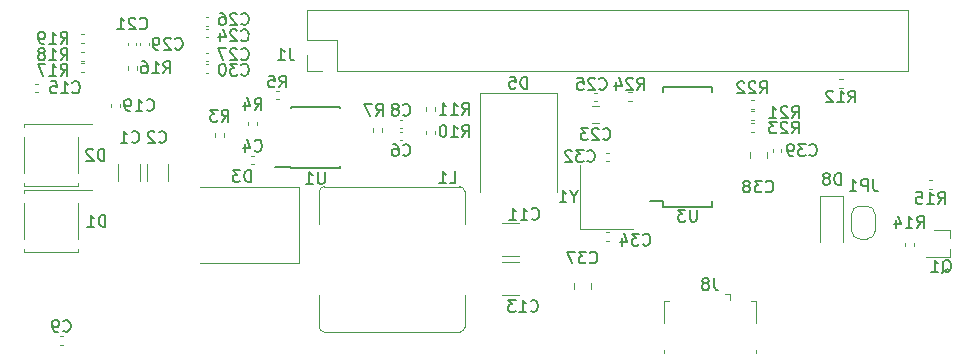
<source format=gbo>
G04 #@! TF.GenerationSoftware,KiCad,Pcbnew,(5.1.9)-1*
G04 #@! TF.CreationDate,2021-04-20T16:59:57+02:00*
G04 #@! TF.ProjectId,POE_hat_and_USB,504f455f-6861-4745-9f61-6e645f555342,1.0*
G04 #@! TF.SameCoordinates,Original*
G04 #@! TF.FileFunction,Legend,Bot*
G04 #@! TF.FilePolarity,Positive*
%FSLAX46Y46*%
G04 Gerber Fmt 4.6, Leading zero omitted, Abs format (unit mm)*
G04 Created by KiCad (PCBNEW (5.1.9)-1) date 2021-04-20 16:59:57*
%MOMM*%
%LPD*%
G01*
G04 APERTURE LIST*
%ADD10C,0.120000*%
%ADD11C,0.150000*%
%ADD12O,1.802000X1.802000*%
%ADD13C,2.802000*%
%ADD14O,1.302000X1.702000*%
%ADD15O,1.302000X1.302000*%
%ADD16C,1.602000*%
%ADD17C,3.352000*%
%ADD18C,2.402000*%
%ADD19C,3.102000*%
%ADD20C,1.702000*%
%ADD21O,1.302000X2.002000*%
%ADD22C,1.552000*%
%ADD23C,0.100000*%
G04 APERTURE END LIST*
D10*
X124572000Y-91968000D02*
X124572000Y-94568000D01*
X124572000Y-91968000D02*
X175492000Y-91968000D01*
X175492000Y-91968000D02*
X175492000Y-97168000D01*
X127172000Y-97168000D02*
X175492000Y-97168000D01*
X127172000Y-94568000D02*
X127172000Y-97168000D01*
X124572000Y-94568000D02*
X127172000Y-94568000D01*
X124572000Y-97168000D02*
X125902000Y-97168000D01*
X124572000Y-95838000D02*
X124572000Y-97168000D01*
X110442000Y-105056748D02*
X110442000Y-106479252D01*
X108622000Y-105056748D02*
X108622000Y-106479252D01*
X111022000Y-105056748D02*
X111022000Y-106479252D01*
X112842000Y-105056748D02*
X112842000Y-106479252D01*
X141120748Y-112792000D02*
X142543252Y-112792000D01*
X141120748Y-110072000D02*
X142543252Y-110072000D01*
X141120748Y-113372000D02*
X142543252Y-113372000D01*
X141120748Y-116092000D02*
X142543252Y-116092000D01*
X148770748Y-100133000D02*
X149293252Y-100133000D01*
X148770748Y-101603000D02*
X149293252Y-101603000D01*
X147165000Y-115661252D02*
X147165000Y-115138748D01*
X148635000Y-115661252D02*
X148635000Y-115138748D01*
X162065000Y-104038748D02*
X162065000Y-104561252D01*
X163535000Y-104038748D02*
X163535000Y-104561252D01*
X100632000Y-107468000D02*
X100632000Y-107268000D01*
X100632000Y-107268000D02*
X106432000Y-107268000D01*
X100632000Y-112268000D02*
X100632000Y-112468000D01*
X100632000Y-112468000D02*
X105232000Y-112468000D01*
X105232000Y-112468000D02*
X105232000Y-112268000D01*
X100632000Y-108368000D02*
X100632000Y-111368000D01*
X105232000Y-111368000D02*
X105232000Y-108368000D01*
X105232000Y-105768000D02*
X105232000Y-102768000D01*
X100632000Y-102768000D02*
X100632000Y-105768000D01*
X105232000Y-106868000D02*
X105232000Y-106668000D01*
X100632000Y-106868000D02*
X105232000Y-106868000D01*
X100632000Y-106668000D02*
X100632000Y-106868000D01*
X100632000Y-101668000D02*
X106432000Y-101668000D01*
X100632000Y-101868000D02*
X100632000Y-101668000D01*
X123900000Y-113450000D02*
X123900000Y-106950000D01*
X123900000Y-113450000D02*
X115500000Y-113450000D01*
X123900000Y-106950000D02*
X115500000Y-106950000D01*
X139250000Y-99000000D02*
X139250000Y-107400000D01*
X145750000Y-99000000D02*
X145750000Y-107400000D01*
X145750000Y-99000000D02*
X139250000Y-99000000D01*
X168000000Y-107750000D02*
X170000000Y-107750000D01*
X170000000Y-107750000D02*
X170000000Y-111650000D01*
X168000000Y-107750000D02*
X168000000Y-111650000D01*
X160420000Y-116066296D02*
X160420000Y-116516296D01*
X160420000Y-116066296D02*
X159970000Y-116066296D01*
X154820000Y-116616296D02*
X155270000Y-116616296D01*
X154820000Y-118466296D02*
X154820000Y-116616296D01*
X162620000Y-121016296D02*
X162620000Y-120766296D01*
X154820000Y-121016296D02*
X154820000Y-120766296D01*
X162620000Y-118466296D02*
X162620000Y-116616296D01*
X162620000Y-116616296D02*
X162170000Y-116616296D01*
X172000000Y-108600000D02*
X171400000Y-108600000D01*
X172700000Y-110700000D02*
X172700000Y-109300000D01*
X171400000Y-111400000D02*
X172000000Y-111400000D01*
X170700000Y-109300000D02*
X170700000Y-110700000D01*
X170700000Y-110700000D02*
G75*
G03*
X171400000Y-111400000I700000J0D01*
G01*
X172000000Y-111400000D02*
G75*
G03*
X172700000Y-110700000I0J700000D01*
G01*
X172700000Y-109300000D02*
G75*
G03*
X172000000Y-108600000I-700000J0D01*
G01*
X171400000Y-108600000D02*
G75*
G03*
X170700000Y-109300000I0J-700000D01*
G01*
X137950000Y-110100000D02*
X137950000Y-107350000D01*
X125650000Y-110100000D02*
X125650000Y-107350000D01*
X137950000Y-118850000D02*
X137950000Y-116100000D01*
X137550000Y-106950000D02*
X126050000Y-106950000D01*
X125650000Y-118850000D02*
X125650000Y-116100000D01*
X126050000Y-119250000D02*
X137550000Y-119250000D01*
X137550000Y-119250000D02*
G75*
G03*
X137950000Y-118850000I0J400000D01*
G01*
X137950000Y-107350000D02*
G75*
G03*
X137550000Y-106950000I-400000J0D01*
G01*
X126050000Y-106950000D02*
G75*
G03*
X125650000Y-107350000I0J-400000D01*
G01*
X125650000Y-118850000D02*
G75*
G03*
X126050000Y-119250000I400000J0D01*
G01*
X179062000Y-111268000D02*
X179062000Y-110608000D01*
X179062000Y-112928000D02*
X179062000Y-112268000D01*
X179062000Y-112928000D02*
X177032000Y-112928000D01*
X177652000Y-110608000D02*
X179062000Y-110608000D01*
D11*
X123257000Y-105343000D02*
X123257000Y-105293000D01*
X127407000Y-105343000D02*
X127407000Y-105198000D01*
X127407000Y-100193000D02*
X127407000Y-100338000D01*
X123257000Y-100193000D02*
X123257000Y-100338000D01*
X123257000Y-105343000D02*
X127407000Y-105343000D01*
X123257000Y-100193000D02*
X127407000Y-100193000D01*
X123257000Y-105293000D02*
X121857000Y-105293000D01*
X154757000Y-108648000D02*
X154757000Y-108168000D01*
X158907000Y-108648000D02*
X158907000Y-108168000D01*
X158907000Y-98488000D02*
X158907000Y-98968000D01*
X154757000Y-98488000D02*
X154757000Y-98968000D01*
X154757000Y-108648000D02*
X158907000Y-108648000D01*
X154757000Y-98488000D02*
X158907000Y-98488000D01*
X154757000Y-108168000D02*
X153632000Y-108168000D01*
D10*
X152232000Y-110518000D02*
X147732000Y-110518000D01*
X147732000Y-110518000D02*
X147732000Y-105118000D01*
X120107836Y-105060000D02*
X119892164Y-105060000D01*
X120107836Y-104340000D02*
X119892164Y-104340000D01*
X132460164Y-102308000D02*
X132675836Y-102308000D01*
X132460164Y-103028000D02*
X132675836Y-103028000D01*
X132460164Y-101308000D02*
X132675836Y-101308000D01*
X132460164Y-102028000D02*
X132675836Y-102028000D01*
X103692164Y-120360000D02*
X103907836Y-120360000D01*
X103692164Y-119640000D02*
X103907836Y-119640000D01*
X101572164Y-98960000D02*
X101787836Y-98960000D01*
X101572164Y-98240000D02*
X101787836Y-98240000D01*
X108760000Y-99992164D02*
X108760000Y-100207836D01*
X108040000Y-99992164D02*
X108040000Y-100207836D01*
X109440000Y-94792164D02*
X109440000Y-95007836D01*
X110160000Y-94792164D02*
X110160000Y-95007836D01*
X116024164Y-93608000D02*
X116239836Y-93608000D01*
X116024164Y-94328000D02*
X116239836Y-94328000D01*
X148904164Y-99008000D02*
X149119836Y-99008000D01*
X148904164Y-99728000D02*
X149119836Y-99728000D01*
X116024164Y-93328000D02*
X116239836Y-93328000D01*
X116024164Y-92608000D02*
X116239836Y-92608000D01*
X116024164Y-95612000D02*
X116239836Y-95612000D01*
X116024164Y-96332000D02*
X116239836Y-96332000D01*
X111192000Y-94792164D02*
X111192000Y-95007836D01*
X110472000Y-94792164D02*
X110472000Y-95007836D01*
X116024164Y-97332000D02*
X116239836Y-97332000D01*
X116024164Y-96612000D02*
X116239836Y-96612000D01*
X150139836Y-104828000D02*
X149924164Y-104828000D01*
X150139836Y-104108000D02*
X149924164Y-104108000D01*
X149924164Y-111528000D02*
X150139836Y-111528000D01*
X149924164Y-110808000D02*
X150139836Y-110808000D01*
X164040000Y-103792164D02*
X164040000Y-104007836D01*
X164760000Y-103792164D02*
X164760000Y-104007836D01*
X116820000Y-102753641D02*
X116820000Y-102446359D01*
X117580000Y-102753641D02*
X117580000Y-102446359D01*
X119620000Y-101753641D02*
X119620000Y-101446359D01*
X120380000Y-101753641D02*
X120380000Y-101446359D01*
X122253641Y-99580000D02*
X121946359Y-99580000D01*
X122253641Y-98820000D02*
X121946359Y-98820000D01*
X130220000Y-102014359D02*
X130220000Y-102321641D01*
X130980000Y-102014359D02*
X130980000Y-102321641D01*
X134652000Y-102521641D02*
X134652000Y-102214359D01*
X135412000Y-102521641D02*
X135412000Y-102214359D01*
X135412000Y-100521641D02*
X135412000Y-100214359D01*
X134652000Y-100521641D02*
X134652000Y-100214359D01*
X169646359Y-97820000D02*
X169953641Y-97820000D01*
X169646359Y-98580000D02*
X169953641Y-98580000D01*
X175220000Y-111714359D02*
X175220000Y-112021641D01*
X175980000Y-111714359D02*
X175980000Y-112021641D01*
X177236359Y-107180000D02*
X177543641Y-107180000D01*
X177236359Y-106420000D02*
X177543641Y-106420000D01*
X109420000Y-96746359D02*
X109420000Y-97053641D01*
X110180000Y-96746359D02*
X110180000Y-97053641D01*
X105446359Y-97280000D02*
X105753641Y-97280000D01*
X105446359Y-96520000D02*
X105753641Y-96520000D01*
X105446359Y-96280000D02*
X105753641Y-96280000D01*
X105446359Y-95520000D02*
X105753641Y-95520000D01*
X105446359Y-94020000D02*
X105753641Y-94020000D01*
X105446359Y-94780000D02*
X105753641Y-94780000D01*
X162485641Y-101348000D02*
X162178359Y-101348000D01*
X162485641Y-100588000D02*
X162178359Y-100588000D01*
X162485641Y-99588000D02*
X162178359Y-99588000D01*
X162485641Y-100348000D02*
X162178359Y-100348000D01*
X162485641Y-102348000D02*
X162178359Y-102348000D01*
X162485641Y-101588000D02*
X162178359Y-101588000D01*
X151778359Y-98988000D02*
X152085641Y-98988000D01*
X151778359Y-99748000D02*
X152085641Y-99748000D01*
D11*
X123133333Y-95252380D02*
X123133333Y-95966666D01*
X123180952Y-96109523D01*
X123276190Y-96204761D01*
X123419047Y-96252380D01*
X123514285Y-96252380D01*
X122133333Y-96252380D02*
X122704761Y-96252380D01*
X122419047Y-96252380D02*
X122419047Y-95252380D01*
X122514285Y-95395238D01*
X122609523Y-95490476D01*
X122704761Y-95538095D01*
X109766666Y-103157142D02*
X109814285Y-103204761D01*
X109957142Y-103252380D01*
X110052380Y-103252380D01*
X110195238Y-103204761D01*
X110290476Y-103109523D01*
X110338095Y-103014285D01*
X110385714Y-102823809D01*
X110385714Y-102680952D01*
X110338095Y-102490476D01*
X110290476Y-102395238D01*
X110195238Y-102300000D01*
X110052380Y-102252380D01*
X109957142Y-102252380D01*
X109814285Y-102300000D01*
X109766666Y-102347619D01*
X108814285Y-103252380D02*
X109385714Y-103252380D01*
X109100000Y-103252380D02*
X109100000Y-102252380D01*
X109195238Y-102395238D01*
X109290476Y-102490476D01*
X109385714Y-102538095D01*
X112066666Y-103157142D02*
X112114285Y-103204761D01*
X112257142Y-103252380D01*
X112352380Y-103252380D01*
X112495238Y-103204761D01*
X112590476Y-103109523D01*
X112638095Y-103014285D01*
X112685714Y-102823809D01*
X112685714Y-102680952D01*
X112638095Y-102490476D01*
X112590476Y-102395238D01*
X112495238Y-102300000D01*
X112352380Y-102252380D01*
X112257142Y-102252380D01*
X112114285Y-102300000D01*
X112066666Y-102347619D01*
X111685714Y-102347619D02*
X111638095Y-102300000D01*
X111542857Y-102252380D01*
X111304761Y-102252380D01*
X111209523Y-102300000D01*
X111161904Y-102347619D01*
X111114285Y-102442857D01*
X111114285Y-102538095D01*
X111161904Y-102680952D01*
X111733333Y-103252380D01*
X111114285Y-103252380D01*
X143642857Y-109657142D02*
X143690476Y-109704761D01*
X143833333Y-109752380D01*
X143928571Y-109752380D01*
X144071428Y-109704761D01*
X144166666Y-109609523D01*
X144214285Y-109514285D01*
X144261904Y-109323809D01*
X144261904Y-109180952D01*
X144214285Y-108990476D01*
X144166666Y-108895238D01*
X144071428Y-108800000D01*
X143928571Y-108752380D01*
X143833333Y-108752380D01*
X143690476Y-108800000D01*
X143642857Y-108847619D01*
X142690476Y-109752380D02*
X143261904Y-109752380D01*
X142976190Y-109752380D02*
X142976190Y-108752380D01*
X143071428Y-108895238D01*
X143166666Y-108990476D01*
X143261904Y-109038095D01*
X141738095Y-109752380D02*
X142309523Y-109752380D01*
X142023809Y-109752380D02*
X142023809Y-108752380D01*
X142119047Y-108895238D01*
X142214285Y-108990476D01*
X142309523Y-109038095D01*
X143542857Y-117457142D02*
X143590476Y-117504761D01*
X143733333Y-117552380D01*
X143828571Y-117552380D01*
X143971428Y-117504761D01*
X144066666Y-117409523D01*
X144114285Y-117314285D01*
X144161904Y-117123809D01*
X144161904Y-116980952D01*
X144114285Y-116790476D01*
X144066666Y-116695238D01*
X143971428Y-116600000D01*
X143828571Y-116552380D01*
X143733333Y-116552380D01*
X143590476Y-116600000D01*
X143542857Y-116647619D01*
X142590476Y-117552380D02*
X143161904Y-117552380D01*
X142876190Y-117552380D02*
X142876190Y-116552380D01*
X142971428Y-116695238D01*
X143066666Y-116790476D01*
X143161904Y-116838095D01*
X142257142Y-116552380D02*
X141638095Y-116552380D01*
X141971428Y-116933333D01*
X141828571Y-116933333D01*
X141733333Y-116980952D01*
X141685714Y-117028571D01*
X141638095Y-117123809D01*
X141638095Y-117361904D01*
X141685714Y-117457142D01*
X141733333Y-117504761D01*
X141828571Y-117552380D01*
X142114285Y-117552380D01*
X142209523Y-117504761D01*
X142257142Y-117457142D01*
X149674857Y-102905142D02*
X149722476Y-102952761D01*
X149865333Y-103000380D01*
X149960571Y-103000380D01*
X150103428Y-102952761D01*
X150198666Y-102857523D01*
X150246285Y-102762285D01*
X150293904Y-102571809D01*
X150293904Y-102428952D01*
X150246285Y-102238476D01*
X150198666Y-102143238D01*
X150103428Y-102048000D01*
X149960571Y-102000380D01*
X149865333Y-102000380D01*
X149722476Y-102048000D01*
X149674857Y-102095619D01*
X149293904Y-102095619D02*
X149246285Y-102048000D01*
X149151047Y-102000380D01*
X148912952Y-102000380D01*
X148817714Y-102048000D01*
X148770095Y-102095619D01*
X148722476Y-102190857D01*
X148722476Y-102286095D01*
X148770095Y-102428952D01*
X149341523Y-103000380D01*
X148722476Y-103000380D01*
X148389142Y-102000380D02*
X147770095Y-102000380D01*
X148103428Y-102381333D01*
X147960571Y-102381333D01*
X147865333Y-102428952D01*
X147817714Y-102476571D01*
X147770095Y-102571809D01*
X147770095Y-102809904D01*
X147817714Y-102905142D01*
X147865333Y-102952761D01*
X147960571Y-103000380D01*
X148246285Y-103000380D01*
X148341523Y-102952761D01*
X148389142Y-102905142D01*
X148542857Y-113357142D02*
X148590476Y-113404761D01*
X148733333Y-113452380D01*
X148828571Y-113452380D01*
X148971428Y-113404761D01*
X149066666Y-113309523D01*
X149114285Y-113214285D01*
X149161904Y-113023809D01*
X149161904Y-112880952D01*
X149114285Y-112690476D01*
X149066666Y-112595238D01*
X148971428Y-112500000D01*
X148828571Y-112452380D01*
X148733333Y-112452380D01*
X148590476Y-112500000D01*
X148542857Y-112547619D01*
X148209523Y-112452380D02*
X147590476Y-112452380D01*
X147923809Y-112833333D01*
X147780952Y-112833333D01*
X147685714Y-112880952D01*
X147638095Y-112928571D01*
X147590476Y-113023809D01*
X147590476Y-113261904D01*
X147638095Y-113357142D01*
X147685714Y-113404761D01*
X147780952Y-113452380D01*
X148066666Y-113452380D01*
X148161904Y-113404761D01*
X148209523Y-113357142D01*
X147257142Y-112452380D02*
X146590476Y-112452380D01*
X147019047Y-113452380D01*
X163442857Y-107357142D02*
X163490476Y-107404761D01*
X163633333Y-107452380D01*
X163728571Y-107452380D01*
X163871428Y-107404761D01*
X163966666Y-107309523D01*
X164014285Y-107214285D01*
X164061904Y-107023809D01*
X164061904Y-106880952D01*
X164014285Y-106690476D01*
X163966666Y-106595238D01*
X163871428Y-106500000D01*
X163728571Y-106452380D01*
X163633333Y-106452380D01*
X163490476Y-106500000D01*
X163442857Y-106547619D01*
X163109523Y-106452380D02*
X162490476Y-106452380D01*
X162823809Y-106833333D01*
X162680952Y-106833333D01*
X162585714Y-106880952D01*
X162538095Y-106928571D01*
X162490476Y-107023809D01*
X162490476Y-107261904D01*
X162538095Y-107357142D01*
X162585714Y-107404761D01*
X162680952Y-107452380D01*
X162966666Y-107452380D01*
X163061904Y-107404761D01*
X163109523Y-107357142D01*
X161919047Y-106880952D02*
X162014285Y-106833333D01*
X162061904Y-106785714D01*
X162109523Y-106690476D01*
X162109523Y-106642857D01*
X162061904Y-106547619D01*
X162014285Y-106500000D01*
X161919047Y-106452380D01*
X161728571Y-106452380D01*
X161633333Y-106500000D01*
X161585714Y-106547619D01*
X161538095Y-106642857D01*
X161538095Y-106690476D01*
X161585714Y-106785714D01*
X161633333Y-106833333D01*
X161728571Y-106880952D01*
X161919047Y-106880952D01*
X162014285Y-106928571D01*
X162061904Y-106976190D01*
X162109523Y-107071428D01*
X162109523Y-107261904D01*
X162061904Y-107357142D01*
X162014285Y-107404761D01*
X161919047Y-107452380D01*
X161728571Y-107452380D01*
X161633333Y-107404761D01*
X161585714Y-107357142D01*
X161538095Y-107261904D01*
X161538095Y-107071428D01*
X161585714Y-106976190D01*
X161633333Y-106928571D01*
X161728571Y-106880952D01*
X107538095Y-110352380D02*
X107538095Y-109352380D01*
X107300000Y-109352380D01*
X107157142Y-109400000D01*
X107061904Y-109495238D01*
X107014285Y-109590476D01*
X106966666Y-109780952D01*
X106966666Y-109923809D01*
X107014285Y-110114285D01*
X107061904Y-110209523D01*
X107157142Y-110304761D01*
X107300000Y-110352380D01*
X107538095Y-110352380D01*
X106014285Y-110352380D02*
X106585714Y-110352380D01*
X106300000Y-110352380D02*
X106300000Y-109352380D01*
X106395238Y-109495238D01*
X106490476Y-109590476D01*
X106585714Y-109638095D01*
X107438095Y-104752380D02*
X107438095Y-103752380D01*
X107200000Y-103752380D01*
X107057142Y-103800000D01*
X106961904Y-103895238D01*
X106914285Y-103990476D01*
X106866666Y-104180952D01*
X106866666Y-104323809D01*
X106914285Y-104514285D01*
X106961904Y-104609523D01*
X107057142Y-104704761D01*
X107200000Y-104752380D01*
X107438095Y-104752380D01*
X106485714Y-103847619D02*
X106438095Y-103800000D01*
X106342857Y-103752380D01*
X106104761Y-103752380D01*
X106009523Y-103800000D01*
X105961904Y-103847619D01*
X105914285Y-103942857D01*
X105914285Y-104038095D01*
X105961904Y-104180952D01*
X106533333Y-104752380D01*
X105914285Y-104752380D01*
X119838095Y-106552380D02*
X119838095Y-105552380D01*
X119600000Y-105552380D01*
X119457142Y-105600000D01*
X119361904Y-105695238D01*
X119314285Y-105790476D01*
X119266666Y-105980952D01*
X119266666Y-106123809D01*
X119314285Y-106314285D01*
X119361904Y-106409523D01*
X119457142Y-106504761D01*
X119600000Y-106552380D01*
X119838095Y-106552380D01*
X118933333Y-105552380D02*
X118314285Y-105552380D01*
X118647619Y-105933333D01*
X118504761Y-105933333D01*
X118409523Y-105980952D01*
X118361904Y-106028571D01*
X118314285Y-106123809D01*
X118314285Y-106361904D01*
X118361904Y-106457142D01*
X118409523Y-106504761D01*
X118504761Y-106552380D01*
X118790476Y-106552380D01*
X118885714Y-106504761D01*
X118933333Y-106457142D01*
X143238095Y-98652380D02*
X143238095Y-97652380D01*
X143000000Y-97652380D01*
X142857142Y-97700000D01*
X142761904Y-97795238D01*
X142714285Y-97890476D01*
X142666666Y-98080952D01*
X142666666Y-98223809D01*
X142714285Y-98414285D01*
X142761904Y-98509523D01*
X142857142Y-98604761D01*
X143000000Y-98652380D01*
X143238095Y-98652380D01*
X141761904Y-97652380D02*
X142238095Y-97652380D01*
X142285714Y-98128571D01*
X142238095Y-98080952D01*
X142142857Y-98033333D01*
X141904761Y-98033333D01*
X141809523Y-98080952D01*
X141761904Y-98128571D01*
X141714285Y-98223809D01*
X141714285Y-98461904D01*
X141761904Y-98557142D01*
X141809523Y-98604761D01*
X141904761Y-98652380D01*
X142142857Y-98652380D01*
X142238095Y-98604761D01*
X142285714Y-98557142D01*
X169806095Y-106820380D02*
X169806095Y-105820380D01*
X169568000Y-105820380D01*
X169425142Y-105868000D01*
X169329904Y-105963238D01*
X169282285Y-106058476D01*
X169234666Y-106248952D01*
X169234666Y-106391809D01*
X169282285Y-106582285D01*
X169329904Y-106677523D01*
X169425142Y-106772761D01*
X169568000Y-106820380D01*
X169806095Y-106820380D01*
X168663238Y-106248952D02*
X168758476Y-106201333D01*
X168806095Y-106153714D01*
X168853714Y-106058476D01*
X168853714Y-106010857D01*
X168806095Y-105915619D01*
X168758476Y-105868000D01*
X168663238Y-105820380D01*
X168472761Y-105820380D01*
X168377523Y-105868000D01*
X168329904Y-105915619D01*
X168282285Y-106010857D01*
X168282285Y-106058476D01*
X168329904Y-106153714D01*
X168377523Y-106201333D01*
X168472761Y-106248952D01*
X168663238Y-106248952D01*
X168758476Y-106296571D01*
X168806095Y-106344190D01*
X168853714Y-106439428D01*
X168853714Y-106629904D01*
X168806095Y-106725142D01*
X168758476Y-106772761D01*
X168663238Y-106820380D01*
X168472761Y-106820380D01*
X168377523Y-106772761D01*
X168329904Y-106725142D01*
X168282285Y-106629904D01*
X168282285Y-106439428D01*
X168329904Y-106344190D01*
X168377523Y-106296571D01*
X168472761Y-106248952D01*
X159053333Y-114718676D02*
X159053333Y-115432962D01*
X159100952Y-115575819D01*
X159196190Y-115671057D01*
X159339047Y-115718676D01*
X159434285Y-115718676D01*
X158434285Y-115147248D02*
X158529523Y-115099629D01*
X158577142Y-115052010D01*
X158624761Y-114956772D01*
X158624761Y-114909153D01*
X158577142Y-114813915D01*
X158529523Y-114766296D01*
X158434285Y-114718676D01*
X158243809Y-114718676D01*
X158148571Y-114766296D01*
X158100952Y-114813915D01*
X158053333Y-114909153D01*
X158053333Y-114956772D01*
X158100952Y-115052010D01*
X158148571Y-115099629D01*
X158243809Y-115147248D01*
X158434285Y-115147248D01*
X158529523Y-115194867D01*
X158577142Y-115242486D01*
X158624761Y-115337724D01*
X158624761Y-115528200D01*
X158577142Y-115623438D01*
X158529523Y-115671057D01*
X158434285Y-115718676D01*
X158243809Y-115718676D01*
X158148571Y-115671057D01*
X158100952Y-115623438D01*
X158053333Y-115528200D01*
X158053333Y-115337724D01*
X158100952Y-115242486D01*
X158148571Y-115194867D01*
X158243809Y-115147248D01*
X172533333Y-106352380D02*
X172533333Y-107066666D01*
X172580952Y-107209523D01*
X172676190Y-107304761D01*
X172819047Y-107352380D01*
X172914285Y-107352380D01*
X172057142Y-107352380D02*
X172057142Y-106352380D01*
X171676190Y-106352380D01*
X171580952Y-106400000D01*
X171533333Y-106447619D01*
X171485714Y-106542857D01*
X171485714Y-106685714D01*
X171533333Y-106780952D01*
X171580952Y-106828571D01*
X171676190Y-106876190D01*
X172057142Y-106876190D01*
X170533333Y-107352380D02*
X171104761Y-107352380D01*
X170819047Y-107352380D02*
X170819047Y-106352380D01*
X170914285Y-106495238D01*
X171009523Y-106590476D01*
X171104761Y-106638095D01*
X136666666Y-106652380D02*
X137142857Y-106652380D01*
X137142857Y-105652380D01*
X135809523Y-106652380D02*
X136380952Y-106652380D01*
X136095238Y-106652380D02*
X136095238Y-105652380D01*
X136190476Y-105795238D01*
X136285714Y-105890476D01*
X136380952Y-105938095D01*
X178377238Y-114265619D02*
X178472476Y-114218000D01*
X178567714Y-114122761D01*
X178710571Y-113979904D01*
X178805809Y-113932285D01*
X178901047Y-113932285D01*
X178853428Y-114170380D02*
X178948666Y-114122761D01*
X179043904Y-114027523D01*
X179091523Y-113837047D01*
X179091523Y-113503714D01*
X179043904Y-113313238D01*
X178948666Y-113218000D01*
X178853428Y-113170380D01*
X178662952Y-113170380D01*
X178567714Y-113218000D01*
X178472476Y-113313238D01*
X178424857Y-113503714D01*
X178424857Y-113837047D01*
X178472476Y-114027523D01*
X178567714Y-114122761D01*
X178662952Y-114170380D01*
X178853428Y-114170380D01*
X177472476Y-114170380D02*
X178043904Y-114170380D01*
X177758190Y-114170380D02*
X177758190Y-113170380D01*
X177853428Y-113313238D01*
X177948666Y-113408476D01*
X178043904Y-113456095D01*
X126093904Y-105720380D02*
X126093904Y-106529904D01*
X126046285Y-106625142D01*
X125998666Y-106672761D01*
X125903428Y-106720380D01*
X125712952Y-106720380D01*
X125617714Y-106672761D01*
X125570095Y-106625142D01*
X125522476Y-106529904D01*
X125522476Y-105720380D01*
X124522476Y-106720380D02*
X125093904Y-106720380D01*
X124808190Y-106720380D02*
X124808190Y-105720380D01*
X124903428Y-105863238D01*
X124998666Y-105958476D01*
X125093904Y-106006095D01*
X157593904Y-108920380D02*
X157593904Y-109729904D01*
X157546285Y-109825142D01*
X157498666Y-109872761D01*
X157403428Y-109920380D01*
X157212952Y-109920380D01*
X157117714Y-109872761D01*
X157070095Y-109825142D01*
X157022476Y-109729904D01*
X157022476Y-108920380D01*
X156641523Y-108920380D02*
X156022476Y-108920380D01*
X156355809Y-109301333D01*
X156212952Y-109301333D01*
X156117714Y-109348952D01*
X156070095Y-109396571D01*
X156022476Y-109491809D01*
X156022476Y-109729904D01*
X156070095Y-109825142D01*
X156117714Y-109872761D01*
X156212952Y-109920380D01*
X156498666Y-109920380D01*
X156593904Y-109872761D01*
X156641523Y-109825142D01*
X147176190Y-107794190D02*
X147176190Y-108270380D01*
X147509523Y-107270380D02*
X147176190Y-107794190D01*
X146842857Y-107270380D01*
X145985714Y-108270380D02*
X146557142Y-108270380D01*
X146271428Y-108270380D02*
X146271428Y-107270380D01*
X146366666Y-107413238D01*
X146461904Y-107508476D01*
X146557142Y-107556095D01*
X120166666Y-103897142D02*
X120214285Y-103944761D01*
X120357142Y-103992380D01*
X120452380Y-103992380D01*
X120595238Y-103944761D01*
X120690476Y-103849523D01*
X120738095Y-103754285D01*
X120785714Y-103563809D01*
X120785714Y-103420952D01*
X120738095Y-103230476D01*
X120690476Y-103135238D01*
X120595238Y-103040000D01*
X120452380Y-102992380D01*
X120357142Y-102992380D01*
X120214285Y-103040000D01*
X120166666Y-103087619D01*
X119309523Y-103325714D02*
X119309523Y-103992380D01*
X119547619Y-102944761D02*
X119785714Y-103659047D01*
X119166666Y-103659047D01*
X132734666Y-104257142D02*
X132782285Y-104304761D01*
X132925142Y-104352380D01*
X133020380Y-104352380D01*
X133163238Y-104304761D01*
X133258476Y-104209523D01*
X133306095Y-104114285D01*
X133353714Y-103923809D01*
X133353714Y-103780952D01*
X133306095Y-103590476D01*
X133258476Y-103495238D01*
X133163238Y-103400000D01*
X133020380Y-103352380D01*
X132925142Y-103352380D01*
X132782285Y-103400000D01*
X132734666Y-103447619D01*
X131877523Y-103352380D02*
X132068000Y-103352380D01*
X132163238Y-103400000D01*
X132210857Y-103447619D01*
X132306095Y-103590476D01*
X132353714Y-103780952D01*
X132353714Y-104161904D01*
X132306095Y-104257142D01*
X132258476Y-104304761D01*
X132163238Y-104352380D01*
X131972761Y-104352380D01*
X131877523Y-104304761D01*
X131829904Y-104257142D01*
X131782285Y-104161904D01*
X131782285Y-103923809D01*
X131829904Y-103828571D01*
X131877523Y-103780952D01*
X131972761Y-103733333D01*
X132163238Y-103733333D01*
X132258476Y-103780952D01*
X132306095Y-103828571D01*
X132353714Y-103923809D01*
X132734666Y-100857142D02*
X132782285Y-100904761D01*
X132925142Y-100952380D01*
X133020380Y-100952380D01*
X133163238Y-100904761D01*
X133258476Y-100809523D01*
X133306095Y-100714285D01*
X133353714Y-100523809D01*
X133353714Y-100380952D01*
X133306095Y-100190476D01*
X133258476Y-100095238D01*
X133163238Y-100000000D01*
X133020380Y-99952380D01*
X132925142Y-99952380D01*
X132782285Y-100000000D01*
X132734666Y-100047619D01*
X132163238Y-100380952D02*
X132258476Y-100333333D01*
X132306095Y-100285714D01*
X132353714Y-100190476D01*
X132353714Y-100142857D01*
X132306095Y-100047619D01*
X132258476Y-100000000D01*
X132163238Y-99952380D01*
X131972761Y-99952380D01*
X131877523Y-100000000D01*
X131829904Y-100047619D01*
X131782285Y-100142857D01*
X131782285Y-100190476D01*
X131829904Y-100285714D01*
X131877523Y-100333333D01*
X131972761Y-100380952D01*
X132163238Y-100380952D01*
X132258476Y-100428571D01*
X132306095Y-100476190D01*
X132353714Y-100571428D01*
X132353714Y-100761904D01*
X132306095Y-100857142D01*
X132258476Y-100904761D01*
X132163238Y-100952380D01*
X131972761Y-100952380D01*
X131877523Y-100904761D01*
X131829904Y-100857142D01*
X131782285Y-100761904D01*
X131782285Y-100571428D01*
X131829904Y-100476190D01*
X131877523Y-100428571D01*
X131972761Y-100380952D01*
X103966666Y-119157142D02*
X104014285Y-119204761D01*
X104157142Y-119252380D01*
X104252380Y-119252380D01*
X104395238Y-119204761D01*
X104490476Y-119109523D01*
X104538095Y-119014285D01*
X104585714Y-118823809D01*
X104585714Y-118680952D01*
X104538095Y-118490476D01*
X104490476Y-118395238D01*
X104395238Y-118300000D01*
X104252380Y-118252380D01*
X104157142Y-118252380D01*
X104014285Y-118300000D01*
X103966666Y-118347619D01*
X103490476Y-119252380D02*
X103300000Y-119252380D01*
X103204761Y-119204761D01*
X103157142Y-119157142D01*
X103061904Y-119014285D01*
X103014285Y-118823809D01*
X103014285Y-118442857D01*
X103061904Y-118347619D01*
X103109523Y-118300000D01*
X103204761Y-118252380D01*
X103395238Y-118252380D01*
X103490476Y-118300000D01*
X103538095Y-118347619D01*
X103585714Y-118442857D01*
X103585714Y-118680952D01*
X103538095Y-118776190D01*
X103490476Y-118823809D01*
X103395238Y-118871428D01*
X103204761Y-118871428D01*
X103109523Y-118823809D01*
X103061904Y-118776190D01*
X103014285Y-118680952D01*
X104742857Y-98957142D02*
X104790476Y-99004761D01*
X104933333Y-99052380D01*
X105028571Y-99052380D01*
X105171428Y-99004761D01*
X105266666Y-98909523D01*
X105314285Y-98814285D01*
X105361904Y-98623809D01*
X105361904Y-98480952D01*
X105314285Y-98290476D01*
X105266666Y-98195238D01*
X105171428Y-98100000D01*
X105028571Y-98052380D01*
X104933333Y-98052380D01*
X104790476Y-98100000D01*
X104742857Y-98147619D01*
X103790476Y-99052380D02*
X104361904Y-99052380D01*
X104076190Y-99052380D02*
X104076190Y-98052380D01*
X104171428Y-98195238D01*
X104266666Y-98290476D01*
X104361904Y-98338095D01*
X102885714Y-98052380D02*
X103361904Y-98052380D01*
X103409523Y-98528571D01*
X103361904Y-98480952D01*
X103266666Y-98433333D01*
X103028571Y-98433333D01*
X102933333Y-98480952D01*
X102885714Y-98528571D01*
X102838095Y-98623809D01*
X102838095Y-98861904D01*
X102885714Y-98957142D01*
X102933333Y-99004761D01*
X103028571Y-99052380D01*
X103266666Y-99052380D01*
X103361904Y-99004761D01*
X103409523Y-98957142D01*
X111042857Y-100457142D02*
X111090476Y-100504761D01*
X111233333Y-100552380D01*
X111328571Y-100552380D01*
X111471428Y-100504761D01*
X111566666Y-100409523D01*
X111614285Y-100314285D01*
X111661904Y-100123809D01*
X111661904Y-99980952D01*
X111614285Y-99790476D01*
X111566666Y-99695238D01*
X111471428Y-99600000D01*
X111328571Y-99552380D01*
X111233333Y-99552380D01*
X111090476Y-99600000D01*
X111042857Y-99647619D01*
X110090476Y-100552380D02*
X110661904Y-100552380D01*
X110376190Y-100552380D02*
X110376190Y-99552380D01*
X110471428Y-99695238D01*
X110566666Y-99790476D01*
X110661904Y-99838095D01*
X109614285Y-100552380D02*
X109423809Y-100552380D01*
X109328571Y-100504761D01*
X109280952Y-100457142D01*
X109185714Y-100314285D01*
X109138095Y-100123809D01*
X109138095Y-99742857D01*
X109185714Y-99647619D01*
X109233333Y-99600000D01*
X109328571Y-99552380D01*
X109519047Y-99552380D01*
X109614285Y-99600000D01*
X109661904Y-99647619D01*
X109709523Y-99742857D01*
X109709523Y-99980952D01*
X109661904Y-100076190D01*
X109614285Y-100123809D01*
X109519047Y-100171428D01*
X109328571Y-100171428D01*
X109233333Y-100123809D01*
X109185714Y-100076190D01*
X109138095Y-99980952D01*
X110442857Y-93557142D02*
X110490476Y-93604761D01*
X110633333Y-93652380D01*
X110728571Y-93652380D01*
X110871428Y-93604761D01*
X110966666Y-93509523D01*
X111014285Y-93414285D01*
X111061904Y-93223809D01*
X111061904Y-93080952D01*
X111014285Y-92890476D01*
X110966666Y-92795238D01*
X110871428Y-92700000D01*
X110728571Y-92652380D01*
X110633333Y-92652380D01*
X110490476Y-92700000D01*
X110442857Y-92747619D01*
X110061904Y-92747619D02*
X110014285Y-92700000D01*
X109919047Y-92652380D01*
X109680952Y-92652380D01*
X109585714Y-92700000D01*
X109538095Y-92747619D01*
X109490476Y-92842857D01*
X109490476Y-92938095D01*
X109538095Y-93080952D01*
X110109523Y-93652380D01*
X109490476Y-93652380D01*
X108538095Y-93652380D02*
X109109523Y-93652380D01*
X108823809Y-93652380D02*
X108823809Y-92652380D01*
X108919047Y-92795238D01*
X109014285Y-92890476D01*
X109109523Y-92938095D01*
X119042857Y-94557142D02*
X119090476Y-94604761D01*
X119233333Y-94652380D01*
X119328571Y-94652380D01*
X119471428Y-94604761D01*
X119566666Y-94509523D01*
X119614285Y-94414285D01*
X119661904Y-94223809D01*
X119661904Y-94080952D01*
X119614285Y-93890476D01*
X119566666Y-93795238D01*
X119471428Y-93700000D01*
X119328571Y-93652380D01*
X119233333Y-93652380D01*
X119090476Y-93700000D01*
X119042857Y-93747619D01*
X118661904Y-93747619D02*
X118614285Y-93700000D01*
X118519047Y-93652380D01*
X118280952Y-93652380D01*
X118185714Y-93700000D01*
X118138095Y-93747619D01*
X118090476Y-93842857D01*
X118090476Y-93938095D01*
X118138095Y-94080952D01*
X118709523Y-94652380D01*
X118090476Y-94652380D01*
X117233333Y-93985714D02*
X117233333Y-94652380D01*
X117471428Y-93604761D02*
X117709523Y-94319047D01*
X117090476Y-94319047D01*
X149342857Y-98657142D02*
X149390476Y-98704761D01*
X149533333Y-98752380D01*
X149628571Y-98752380D01*
X149771428Y-98704761D01*
X149866666Y-98609523D01*
X149914285Y-98514285D01*
X149961904Y-98323809D01*
X149961904Y-98180952D01*
X149914285Y-97990476D01*
X149866666Y-97895238D01*
X149771428Y-97800000D01*
X149628571Y-97752380D01*
X149533333Y-97752380D01*
X149390476Y-97800000D01*
X149342857Y-97847619D01*
X148961904Y-97847619D02*
X148914285Y-97800000D01*
X148819047Y-97752380D01*
X148580952Y-97752380D01*
X148485714Y-97800000D01*
X148438095Y-97847619D01*
X148390476Y-97942857D01*
X148390476Y-98038095D01*
X148438095Y-98180952D01*
X149009523Y-98752380D01*
X148390476Y-98752380D01*
X147485714Y-97752380D02*
X147961904Y-97752380D01*
X148009523Y-98228571D01*
X147961904Y-98180952D01*
X147866666Y-98133333D01*
X147628571Y-98133333D01*
X147533333Y-98180952D01*
X147485714Y-98228571D01*
X147438095Y-98323809D01*
X147438095Y-98561904D01*
X147485714Y-98657142D01*
X147533333Y-98704761D01*
X147628571Y-98752380D01*
X147866666Y-98752380D01*
X147961904Y-98704761D01*
X148009523Y-98657142D01*
X119042857Y-93157142D02*
X119090476Y-93204761D01*
X119233333Y-93252380D01*
X119328571Y-93252380D01*
X119471428Y-93204761D01*
X119566666Y-93109523D01*
X119614285Y-93014285D01*
X119661904Y-92823809D01*
X119661904Y-92680952D01*
X119614285Y-92490476D01*
X119566666Y-92395238D01*
X119471428Y-92300000D01*
X119328571Y-92252380D01*
X119233333Y-92252380D01*
X119090476Y-92300000D01*
X119042857Y-92347619D01*
X118661904Y-92347619D02*
X118614285Y-92300000D01*
X118519047Y-92252380D01*
X118280952Y-92252380D01*
X118185714Y-92300000D01*
X118138095Y-92347619D01*
X118090476Y-92442857D01*
X118090476Y-92538095D01*
X118138095Y-92680952D01*
X118709523Y-93252380D01*
X118090476Y-93252380D01*
X117233333Y-92252380D02*
X117423809Y-92252380D01*
X117519047Y-92300000D01*
X117566666Y-92347619D01*
X117661904Y-92490476D01*
X117709523Y-92680952D01*
X117709523Y-93061904D01*
X117661904Y-93157142D01*
X117614285Y-93204761D01*
X117519047Y-93252380D01*
X117328571Y-93252380D01*
X117233333Y-93204761D01*
X117185714Y-93157142D01*
X117138095Y-93061904D01*
X117138095Y-92823809D01*
X117185714Y-92728571D01*
X117233333Y-92680952D01*
X117328571Y-92633333D01*
X117519047Y-92633333D01*
X117614285Y-92680952D01*
X117661904Y-92728571D01*
X117709523Y-92823809D01*
X119042857Y-96157142D02*
X119090476Y-96204761D01*
X119233333Y-96252380D01*
X119328571Y-96252380D01*
X119471428Y-96204761D01*
X119566666Y-96109523D01*
X119614285Y-96014285D01*
X119661904Y-95823809D01*
X119661904Y-95680952D01*
X119614285Y-95490476D01*
X119566666Y-95395238D01*
X119471428Y-95300000D01*
X119328571Y-95252380D01*
X119233333Y-95252380D01*
X119090476Y-95300000D01*
X119042857Y-95347619D01*
X118661904Y-95347619D02*
X118614285Y-95300000D01*
X118519047Y-95252380D01*
X118280952Y-95252380D01*
X118185714Y-95300000D01*
X118138095Y-95347619D01*
X118090476Y-95442857D01*
X118090476Y-95538095D01*
X118138095Y-95680952D01*
X118709523Y-96252380D01*
X118090476Y-96252380D01*
X117757142Y-95252380D02*
X117090476Y-95252380D01*
X117519047Y-96252380D01*
X113442857Y-95257142D02*
X113490476Y-95304761D01*
X113633333Y-95352380D01*
X113728571Y-95352380D01*
X113871428Y-95304761D01*
X113966666Y-95209523D01*
X114014285Y-95114285D01*
X114061904Y-94923809D01*
X114061904Y-94780952D01*
X114014285Y-94590476D01*
X113966666Y-94495238D01*
X113871428Y-94400000D01*
X113728571Y-94352380D01*
X113633333Y-94352380D01*
X113490476Y-94400000D01*
X113442857Y-94447619D01*
X113061904Y-94447619D02*
X113014285Y-94400000D01*
X112919047Y-94352380D01*
X112680952Y-94352380D01*
X112585714Y-94400000D01*
X112538095Y-94447619D01*
X112490476Y-94542857D01*
X112490476Y-94638095D01*
X112538095Y-94780952D01*
X113109523Y-95352380D01*
X112490476Y-95352380D01*
X112014285Y-95352380D02*
X111823809Y-95352380D01*
X111728571Y-95304761D01*
X111680952Y-95257142D01*
X111585714Y-95114285D01*
X111538095Y-94923809D01*
X111538095Y-94542857D01*
X111585714Y-94447619D01*
X111633333Y-94400000D01*
X111728571Y-94352380D01*
X111919047Y-94352380D01*
X112014285Y-94400000D01*
X112061904Y-94447619D01*
X112109523Y-94542857D01*
X112109523Y-94780952D01*
X112061904Y-94876190D01*
X112014285Y-94923809D01*
X111919047Y-94971428D01*
X111728571Y-94971428D01*
X111633333Y-94923809D01*
X111585714Y-94876190D01*
X111538095Y-94780952D01*
X119042857Y-97457142D02*
X119090476Y-97504761D01*
X119233333Y-97552380D01*
X119328571Y-97552380D01*
X119471428Y-97504761D01*
X119566666Y-97409523D01*
X119614285Y-97314285D01*
X119661904Y-97123809D01*
X119661904Y-96980952D01*
X119614285Y-96790476D01*
X119566666Y-96695238D01*
X119471428Y-96600000D01*
X119328571Y-96552380D01*
X119233333Y-96552380D01*
X119090476Y-96600000D01*
X119042857Y-96647619D01*
X118709523Y-96552380D02*
X118090476Y-96552380D01*
X118423809Y-96933333D01*
X118280952Y-96933333D01*
X118185714Y-96980952D01*
X118138095Y-97028571D01*
X118090476Y-97123809D01*
X118090476Y-97361904D01*
X118138095Y-97457142D01*
X118185714Y-97504761D01*
X118280952Y-97552380D01*
X118566666Y-97552380D01*
X118661904Y-97504761D01*
X118709523Y-97457142D01*
X117471428Y-96552380D02*
X117376190Y-96552380D01*
X117280952Y-96600000D01*
X117233333Y-96647619D01*
X117185714Y-96742857D01*
X117138095Y-96933333D01*
X117138095Y-97171428D01*
X117185714Y-97361904D01*
X117233333Y-97457142D01*
X117280952Y-97504761D01*
X117376190Y-97552380D01*
X117471428Y-97552380D01*
X117566666Y-97504761D01*
X117614285Y-97457142D01*
X117661904Y-97361904D01*
X117709523Y-97171428D01*
X117709523Y-96933333D01*
X117661904Y-96742857D01*
X117614285Y-96647619D01*
X117566666Y-96600000D01*
X117471428Y-96552380D01*
X148342857Y-104757142D02*
X148390476Y-104804761D01*
X148533333Y-104852380D01*
X148628571Y-104852380D01*
X148771428Y-104804761D01*
X148866666Y-104709523D01*
X148914285Y-104614285D01*
X148961904Y-104423809D01*
X148961904Y-104280952D01*
X148914285Y-104090476D01*
X148866666Y-103995238D01*
X148771428Y-103900000D01*
X148628571Y-103852380D01*
X148533333Y-103852380D01*
X148390476Y-103900000D01*
X148342857Y-103947619D01*
X148009523Y-103852380D02*
X147390476Y-103852380D01*
X147723809Y-104233333D01*
X147580952Y-104233333D01*
X147485714Y-104280952D01*
X147438095Y-104328571D01*
X147390476Y-104423809D01*
X147390476Y-104661904D01*
X147438095Y-104757142D01*
X147485714Y-104804761D01*
X147580952Y-104852380D01*
X147866666Y-104852380D01*
X147961904Y-104804761D01*
X148009523Y-104757142D01*
X147009523Y-103947619D02*
X146961904Y-103900000D01*
X146866666Y-103852380D01*
X146628571Y-103852380D01*
X146533333Y-103900000D01*
X146485714Y-103947619D01*
X146438095Y-104042857D01*
X146438095Y-104138095D01*
X146485714Y-104280952D01*
X147057142Y-104852380D01*
X146438095Y-104852380D01*
X153042857Y-111857142D02*
X153090476Y-111904761D01*
X153233333Y-111952380D01*
X153328571Y-111952380D01*
X153471428Y-111904761D01*
X153566666Y-111809523D01*
X153614285Y-111714285D01*
X153661904Y-111523809D01*
X153661904Y-111380952D01*
X153614285Y-111190476D01*
X153566666Y-111095238D01*
X153471428Y-111000000D01*
X153328571Y-110952380D01*
X153233333Y-110952380D01*
X153090476Y-111000000D01*
X153042857Y-111047619D01*
X152709523Y-110952380D02*
X152090476Y-110952380D01*
X152423809Y-111333333D01*
X152280952Y-111333333D01*
X152185714Y-111380952D01*
X152138095Y-111428571D01*
X152090476Y-111523809D01*
X152090476Y-111761904D01*
X152138095Y-111857142D01*
X152185714Y-111904761D01*
X152280952Y-111952380D01*
X152566666Y-111952380D01*
X152661904Y-111904761D01*
X152709523Y-111857142D01*
X151233333Y-111285714D02*
X151233333Y-111952380D01*
X151471428Y-110904761D02*
X151709523Y-111619047D01*
X151090476Y-111619047D01*
X167142857Y-104257142D02*
X167190476Y-104304761D01*
X167333333Y-104352380D01*
X167428571Y-104352380D01*
X167571428Y-104304761D01*
X167666666Y-104209523D01*
X167714285Y-104114285D01*
X167761904Y-103923809D01*
X167761904Y-103780952D01*
X167714285Y-103590476D01*
X167666666Y-103495238D01*
X167571428Y-103400000D01*
X167428571Y-103352380D01*
X167333333Y-103352380D01*
X167190476Y-103400000D01*
X167142857Y-103447619D01*
X166809523Y-103352380D02*
X166190476Y-103352380D01*
X166523809Y-103733333D01*
X166380952Y-103733333D01*
X166285714Y-103780952D01*
X166238095Y-103828571D01*
X166190476Y-103923809D01*
X166190476Y-104161904D01*
X166238095Y-104257142D01*
X166285714Y-104304761D01*
X166380952Y-104352380D01*
X166666666Y-104352380D01*
X166761904Y-104304761D01*
X166809523Y-104257142D01*
X165714285Y-104352380D02*
X165523809Y-104352380D01*
X165428571Y-104304761D01*
X165380952Y-104257142D01*
X165285714Y-104114285D01*
X165238095Y-103923809D01*
X165238095Y-103542857D01*
X165285714Y-103447619D01*
X165333333Y-103400000D01*
X165428571Y-103352380D01*
X165619047Y-103352380D01*
X165714285Y-103400000D01*
X165761904Y-103447619D01*
X165809523Y-103542857D01*
X165809523Y-103780952D01*
X165761904Y-103876190D01*
X165714285Y-103923809D01*
X165619047Y-103971428D01*
X165428571Y-103971428D01*
X165333333Y-103923809D01*
X165285714Y-103876190D01*
X165238095Y-103780952D01*
X117366666Y-101452380D02*
X117700000Y-100976190D01*
X117938095Y-101452380D02*
X117938095Y-100452380D01*
X117557142Y-100452380D01*
X117461904Y-100500000D01*
X117414285Y-100547619D01*
X117366666Y-100642857D01*
X117366666Y-100785714D01*
X117414285Y-100880952D01*
X117461904Y-100928571D01*
X117557142Y-100976190D01*
X117938095Y-100976190D01*
X117033333Y-100452380D02*
X116414285Y-100452380D01*
X116747619Y-100833333D01*
X116604761Y-100833333D01*
X116509523Y-100880952D01*
X116461904Y-100928571D01*
X116414285Y-101023809D01*
X116414285Y-101261904D01*
X116461904Y-101357142D01*
X116509523Y-101404761D01*
X116604761Y-101452380D01*
X116890476Y-101452380D01*
X116985714Y-101404761D01*
X117033333Y-101357142D01*
X120166666Y-100452380D02*
X120500000Y-99976190D01*
X120738095Y-100452380D02*
X120738095Y-99452380D01*
X120357142Y-99452380D01*
X120261904Y-99500000D01*
X120214285Y-99547619D01*
X120166666Y-99642857D01*
X120166666Y-99785714D01*
X120214285Y-99880952D01*
X120261904Y-99928571D01*
X120357142Y-99976190D01*
X120738095Y-99976190D01*
X119309523Y-99785714D02*
X119309523Y-100452380D01*
X119547619Y-99404761D02*
X119785714Y-100119047D01*
X119166666Y-100119047D01*
X122266666Y-98552380D02*
X122600000Y-98076190D01*
X122838095Y-98552380D02*
X122838095Y-97552380D01*
X122457142Y-97552380D01*
X122361904Y-97600000D01*
X122314285Y-97647619D01*
X122266666Y-97742857D01*
X122266666Y-97885714D01*
X122314285Y-97980952D01*
X122361904Y-98028571D01*
X122457142Y-98076190D01*
X122838095Y-98076190D01*
X121361904Y-97552380D02*
X121838095Y-97552380D01*
X121885714Y-98028571D01*
X121838095Y-97980952D01*
X121742857Y-97933333D01*
X121504761Y-97933333D01*
X121409523Y-97980952D01*
X121361904Y-98028571D01*
X121314285Y-98123809D01*
X121314285Y-98361904D01*
X121361904Y-98457142D01*
X121409523Y-98504761D01*
X121504761Y-98552380D01*
X121742857Y-98552380D01*
X121838095Y-98504761D01*
X121885714Y-98457142D01*
X130466666Y-100952380D02*
X130800000Y-100476190D01*
X131038095Y-100952380D02*
X131038095Y-99952380D01*
X130657142Y-99952380D01*
X130561904Y-100000000D01*
X130514285Y-100047619D01*
X130466666Y-100142857D01*
X130466666Y-100285714D01*
X130514285Y-100380952D01*
X130561904Y-100428571D01*
X130657142Y-100476190D01*
X131038095Y-100476190D01*
X130133333Y-99952380D02*
X129466666Y-99952380D01*
X129895238Y-100952380D01*
X137742857Y-102752380D02*
X138076190Y-102276190D01*
X138314285Y-102752380D02*
X138314285Y-101752380D01*
X137933333Y-101752380D01*
X137838095Y-101800000D01*
X137790476Y-101847619D01*
X137742857Y-101942857D01*
X137742857Y-102085714D01*
X137790476Y-102180952D01*
X137838095Y-102228571D01*
X137933333Y-102276190D01*
X138314285Y-102276190D01*
X136790476Y-102752380D02*
X137361904Y-102752380D01*
X137076190Y-102752380D02*
X137076190Y-101752380D01*
X137171428Y-101895238D01*
X137266666Y-101990476D01*
X137361904Y-102038095D01*
X136171428Y-101752380D02*
X136076190Y-101752380D01*
X135980952Y-101800000D01*
X135933333Y-101847619D01*
X135885714Y-101942857D01*
X135838095Y-102133333D01*
X135838095Y-102371428D01*
X135885714Y-102561904D01*
X135933333Y-102657142D01*
X135980952Y-102704761D01*
X136076190Y-102752380D01*
X136171428Y-102752380D01*
X136266666Y-102704761D01*
X136314285Y-102657142D01*
X136361904Y-102561904D01*
X136409523Y-102371428D01*
X136409523Y-102133333D01*
X136361904Y-101942857D01*
X136314285Y-101847619D01*
X136266666Y-101800000D01*
X136171428Y-101752380D01*
X137742857Y-100852380D02*
X138076190Y-100376190D01*
X138314285Y-100852380D02*
X138314285Y-99852380D01*
X137933333Y-99852380D01*
X137838095Y-99900000D01*
X137790476Y-99947619D01*
X137742857Y-100042857D01*
X137742857Y-100185714D01*
X137790476Y-100280952D01*
X137838095Y-100328571D01*
X137933333Y-100376190D01*
X138314285Y-100376190D01*
X136790476Y-100852380D02*
X137361904Y-100852380D01*
X137076190Y-100852380D02*
X137076190Y-99852380D01*
X137171428Y-99995238D01*
X137266666Y-100090476D01*
X137361904Y-100138095D01*
X135838095Y-100852380D02*
X136409523Y-100852380D01*
X136123809Y-100852380D02*
X136123809Y-99852380D01*
X136219047Y-99995238D01*
X136314285Y-100090476D01*
X136409523Y-100138095D01*
X170442857Y-99822380D02*
X170776190Y-99346190D01*
X171014285Y-99822380D02*
X171014285Y-98822380D01*
X170633333Y-98822380D01*
X170538095Y-98870000D01*
X170490476Y-98917619D01*
X170442857Y-99012857D01*
X170442857Y-99155714D01*
X170490476Y-99250952D01*
X170538095Y-99298571D01*
X170633333Y-99346190D01*
X171014285Y-99346190D01*
X169490476Y-99822380D02*
X170061904Y-99822380D01*
X169776190Y-99822380D02*
X169776190Y-98822380D01*
X169871428Y-98965238D01*
X169966666Y-99060476D01*
X170061904Y-99108095D01*
X169109523Y-98917619D02*
X169061904Y-98870000D01*
X168966666Y-98822380D01*
X168728571Y-98822380D01*
X168633333Y-98870000D01*
X168585714Y-98917619D01*
X168538095Y-99012857D01*
X168538095Y-99108095D01*
X168585714Y-99250952D01*
X169157142Y-99822380D01*
X168538095Y-99822380D01*
X176242857Y-110452380D02*
X176576190Y-109976190D01*
X176814285Y-110452380D02*
X176814285Y-109452380D01*
X176433333Y-109452380D01*
X176338095Y-109500000D01*
X176290476Y-109547619D01*
X176242857Y-109642857D01*
X176242857Y-109785714D01*
X176290476Y-109880952D01*
X176338095Y-109928571D01*
X176433333Y-109976190D01*
X176814285Y-109976190D01*
X175290476Y-110452380D02*
X175861904Y-110452380D01*
X175576190Y-110452380D02*
X175576190Y-109452380D01*
X175671428Y-109595238D01*
X175766666Y-109690476D01*
X175861904Y-109738095D01*
X174433333Y-109785714D02*
X174433333Y-110452380D01*
X174671428Y-109404761D02*
X174909523Y-110119047D01*
X174290476Y-110119047D01*
X178032857Y-108422380D02*
X178366190Y-107946190D01*
X178604285Y-108422380D02*
X178604285Y-107422380D01*
X178223333Y-107422380D01*
X178128095Y-107470000D01*
X178080476Y-107517619D01*
X178032857Y-107612857D01*
X178032857Y-107755714D01*
X178080476Y-107850952D01*
X178128095Y-107898571D01*
X178223333Y-107946190D01*
X178604285Y-107946190D01*
X177080476Y-108422380D02*
X177651904Y-108422380D01*
X177366190Y-108422380D02*
X177366190Y-107422380D01*
X177461428Y-107565238D01*
X177556666Y-107660476D01*
X177651904Y-107708095D01*
X176175714Y-107422380D02*
X176651904Y-107422380D01*
X176699523Y-107898571D01*
X176651904Y-107850952D01*
X176556666Y-107803333D01*
X176318571Y-107803333D01*
X176223333Y-107850952D01*
X176175714Y-107898571D01*
X176128095Y-107993809D01*
X176128095Y-108231904D01*
X176175714Y-108327142D01*
X176223333Y-108374761D01*
X176318571Y-108422380D01*
X176556666Y-108422380D01*
X176651904Y-108374761D01*
X176699523Y-108327142D01*
X112442857Y-97352380D02*
X112776190Y-96876190D01*
X113014285Y-97352380D02*
X113014285Y-96352380D01*
X112633333Y-96352380D01*
X112538095Y-96400000D01*
X112490476Y-96447619D01*
X112442857Y-96542857D01*
X112442857Y-96685714D01*
X112490476Y-96780952D01*
X112538095Y-96828571D01*
X112633333Y-96876190D01*
X113014285Y-96876190D01*
X111490476Y-97352380D02*
X112061904Y-97352380D01*
X111776190Y-97352380D02*
X111776190Y-96352380D01*
X111871428Y-96495238D01*
X111966666Y-96590476D01*
X112061904Y-96638095D01*
X110633333Y-96352380D02*
X110823809Y-96352380D01*
X110919047Y-96400000D01*
X110966666Y-96447619D01*
X111061904Y-96590476D01*
X111109523Y-96780952D01*
X111109523Y-97161904D01*
X111061904Y-97257142D01*
X111014285Y-97304761D01*
X110919047Y-97352380D01*
X110728571Y-97352380D01*
X110633333Y-97304761D01*
X110585714Y-97257142D01*
X110538095Y-97161904D01*
X110538095Y-96923809D01*
X110585714Y-96828571D01*
X110633333Y-96780952D01*
X110728571Y-96733333D01*
X110919047Y-96733333D01*
X111014285Y-96780952D01*
X111061904Y-96828571D01*
X111109523Y-96923809D01*
X103742857Y-97552380D02*
X104076190Y-97076190D01*
X104314285Y-97552380D02*
X104314285Y-96552380D01*
X103933333Y-96552380D01*
X103838095Y-96600000D01*
X103790476Y-96647619D01*
X103742857Y-96742857D01*
X103742857Y-96885714D01*
X103790476Y-96980952D01*
X103838095Y-97028571D01*
X103933333Y-97076190D01*
X104314285Y-97076190D01*
X102790476Y-97552380D02*
X103361904Y-97552380D01*
X103076190Y-97552380D02*
X103076190Y-96552380D01*
X103171428Y-96695238D01*
X103266666Y-96790476D01*
X103361904Y-96838095D01*
X102457142Y-96552380D02*
X101790476Y-96552380D01*
X102219047Y-97552380D01*
X103742857Y-96252380D02*
X104076190Y-95776190D01*
X104314285Y-96252380D02*
X104314285Y-95252380D01*
X103933333Y-95252380D01*
X103838095Y-95300000D01*
X103790476Y-95347619D01*
X103742857Y-95442857D01*
X103742857Y-95585714D01*
X103790476Y-95680952D01*
X103838095Y-95728571D01*
X103933333Y-95776190D01*
X104314285Y-95776190D01*
X102790476Y-96252380D02*
X103361904Y-96252380D01*
X103076190Y-96252380D02*
X103076190Y-95252380D01*
X103171428Y-95395238D01*
X103266666Y-95490476D01*
X103361904Y-95538095D01*
X102219047Y-95680952D02*
X102314285Y-95633333D01*
X102361904Y-95585714D01*
X102409523Y-95490476D01*
X102409523Y-95442857D01*
X102361904Y-95347619D01*
X102314285Y-95300000D01*
X102219047Y-95252380D01*
X102028571Y-95252380D01*
X101933333Y-95300000D01*
X101885714Y-95347619D01*
X101838095Y-95442857D01*
X101838095Y-95490476D01*
X101885714Y-95585714D01*
X101933333Y-95633333D01*
X102028571Y-95680952D01*
X102219047Y-95680952D01*
X102314285Y-95728571D01*
X102361904Y-95776190D01*
X102409523Y-95871428D01*
X102409523Y-96061904D01*
X102361904Y-96157142D01*
X102314285Y-96204761D01*
X102219047Y-96252380D01*
X102028571Y-96252380D01*
X101933333Y-96204761D01*
X101885714Y-96157142D01*
X101838095Y-96061904D01*
X101838095Y-95871428D01*
X101885714Y-95776190D01*
X101933333Y-95728571D01*
X102028571Y-95680952D01*
X103742857Y-94852380D02*
X104076190Y-94376190D01*
X104314285Y-94852380D02*
X104314285Y-93852380D01*
X103933333Y-93852380D01*
X103838095Y-93900000D01*
X103790476Y-93947619D01*
X103742857Y-94042857D01*
X103742857Y-94185714D01*
X103790476Y-94280952D01*
X103838095Y-94328571D01*
X103933333Y-94376190D01*
X104314285Y-94376190D01*
X102790476Y-94852380D02*
X103361904Y-94852380D01*
X103076190Y-94852380D02*
X103076190Y-93852380D01*
X103171428Y-93995238D01*
X103266666Y-94090476D01*
X103361904Y-94138095D01*
X102314285Y-94852380D02*
X102123809Y-94852380D01*
X102028571Y-94804761D01*
X101980952Y-94757142D01*
X101885714Y-94614285D01*
X101838095Y-94423809D01*
X101838095Y-94042857D01*
X101885714Y-93947619D01*
X101933333Y-93900000D01*
X102028571Y-93852380D01*
X102219047Y-93852380D01*
X102314285Y-93900000D01*
X102361904Y-93947619D01*
X102409523Y-94042857D01*
X102409523Y-94280952D01*
X102361904Y-94376190D01*
X102314285Y-94423809D01*
X102219047Y-94471428D01*
X102028571Y-94471428D01*
X101933333Y-94423809D01*
X101885714Y-94376190D01*
X101838095Y-94280952D01*
X165642857Y-101152380D02*
X165976190Y-100676190D01*
X166214285Y-101152380D02*
X166214285Y-100152380D01*
X165833333Y-100152380D01*
X165738095Y-100200000D01*
X165690476Y-100247619D01*
X165642857Y-100342857D01*
X165642857Y-100485714D01*
X165690476Y-100580952D01*
X165738095Y-100628571D01*
X165833333Y-100676190D01*
X166214285Y-100676190D01*
X165261904Y-100247619D02*
X165214285Y-100200000D01*
X165119047Y-100152380D01*
X164880952Y-100152380D01*
X164785714Y-100200000D01*
X164738095Y-100247619D01*
X164690476Y-100342857D01*
X164690476Y-100438095D01*
X164738095Y-100580952D01*
X165309523Y-101152380D01*
X164690476Y-101152380D01*
X163738095Y-101152380D02*
X164309523Y-101152380D01*
X164023809Y-101152380D02*
X164023809Y-100152380D01*
X164119047Y-100295238D01*
X164214285Y-100390476D01*
X164309523Y-100438095D01*
X162942857Y-99052380D02*
X163276190Y-98576190D01*
X163514285Y-99052380D02*
X163514285Y-98052380D01*
X163133333Y-98052380D01*
X163038095Y-98100000D01*
X162990476Y-98147619D01*
X162942857Y-98242857D01*
X162942857Y-98385714D01*
X162990476Y-98480952D01*
X163038095Y-98528571D01*
X163133333Y-98576190D01*
X163514285Y-98576190D01*
X162561904Y-98147619D02*
X162514285Y-98100000D01*
X162419047Y-98052380D01*
X162180952Y-98052380D01*
X162085714Y-98100000D01*
X162038095Y-98147619D01*
X161990476Y-98242857D01*
X161990476Y-98338095D01*
X162038095Y-98480952D01*
X162609523Y-99052380D01*
X161990476Y-99052380D01*
X161609523Y-98147619D02*
X161561904Y-98100000D01*
X161466666Y-98052380D01*
X161228571Y-98052380D01*
X161133333Y-98100000D01*
X161085714Y-98147619D01*
X161038095Y-98242857D01*
X161038095Y-98338095D01*
X161085714Y-98480952D01*
X161657142Y-99052380D01*
X161038095Y-99052380D01*
X165642857Y-102452380D02*
X165976190Y-101976190D01*
X166214285Y-102452380D02*
X166214285Y-101452380D01*
X165833333Y-101452380D01*
X165738095Y-101500000D01*
X165690476Y-101547619D01*
X165642857Y-101642857D01*
X165642857Y-101785714D01*
X165690476Y-101880952D01*
X165738095Y-101928571D01*
X165833333Y-101976190D01*
X166214285Y-101976190D01*
X165261904Y-101547619D02*
X165214285Y-101500000D01*
X165119047Y-101452380D01*
X164880952Y-101452380D01*
X164785714Y-101500000D01*
X164738095Y-101547619D01*
X164690476Y-101642857D01*
X164690476Y-101738095D01*
X164738095Y-101880952D01*
X165309523Y-102452380D01*
X164690476Y-102452380D01*
X164357142Y-101452380D02*
X163738095Y-101452380D01*
X164071428Y-101833333D01*
X163928571Y-101833333D01*
X163833333Y-101880952D01*
X163785714Y-101928571D01*
X163738095Y-102023809D01*
X163738095Y-102261904D01*
X163785714Y-102357142D01*
X163833333Y-102404761D01*
X163928571Y-102452380D01*
X164214285Y-102452380D01*
X164309523Y-102404761D01*
X164357142Y-102357142D01*
X152574857Y-98752380D02*
X152908190Y-98276190D01*
X153146285Y-98752380D02*
X153146285Y-97752380D01*
X152765333Y-97752380D01*
X152670095Y-97800000D01*
X152622476Y-97847619D01*
X152574857Y-97942857D01*
X152574857Y-98085714D01*
X152622476Y-98180952D01*
X152670095Y-98228571D01*
X152765333Y-98276190D01*
X153146285Y-98276190D01*
X152193904Y-97847619D02*
X152146285Y-97800000D01*
X152051047Y-97752380D01*
X151812952Y-97752380D01*
X151717714Y-97800000D01*
X151670095Y-97847619D01*
X151622476Y-97942857D01*
X151622476Y-98038095D01*
X151670095Y-98180952D01*
X152241523Y-98752380D01*
X151622476Y-98752380D01*
X150765333Y-98085714D02*
X150765333Y-98752380D01*
X151003428Y-97704761D02*
X151241523Y-98419047D01*
X150622476Y-98419047D01*
%LPC*%
G36*
G01*
X125052000Y-94937000D02*
X126752000Y-94937000D01*
G75*
G02*
X126803000Y-94988000I0J-51000D01*
G01*
X126803000Y-96688000D01*
G75*
G02*
X126752000Y-96739000I-51000J0D01*
G01*
X125052000Y-96739000D01*
G75*
G02*
X125001000Y-96688000I0J51000D01*
G01*
X125001000Y-94988000D01*
G75*
G02*
X125052000Y-94937000I51000J0D01*
G01*
G37*
D12*
X125902000Y-93298000D03*
X128442000Y-95838000D03*
X128442000Y-93298000D03*
X130982000Y-95838000D03*
X130982000Y-93298000D03*
X133522000Y-95838000D03*
X133522000Y-93298000D03*
X136062000Y-95838000D03*
X136062000Y-93298000D03*
X138602000Y-95838000D03*
X138602000Y-93298000D03*
X141142000Y-95838000D03*
X141142000Y-93298000D03*
X143682000Y-95838000D03*
X143682000Y-93298000D03*
X146222000Y-95838000D03*
X146222000Y-93298000D03*
X148762000Y-95838000D03*
X148762000Y-93298000D03*
X151302000Y-95838000D03*
X151302000Y-93298000D03*
X153842000Y-95838000D03*
X153842000Y-93298000D03*
X156382000Y-95838000D03*
X156382000Y-93298000D03*
X158922000Y-95838000D03*
X158922000Y-93298000D03*
X161462000Y-95838000D03*
X161462000Y-93298000D03*
X164002000Y-95838000D03*
X164002000Y-93298000D03*
X166542000Y-95838000D03*
X166542000Y-93298000D03*
X169082000Y-95838000D03*
X169082000Y-93298000D03*
X171622000Y-95838000D03*
X171622000Y-93298000D03*
X174162000Y-95838000D03*
X174162000Y-93298000D03*
D13*
X121032000Y-94568000D03*
X179032000Y-94568000D03*
X179032000Y-117568000D03*
X121032000Y-117568000D03*
G36*
G01*
X108853172Y-106617000D02*
X110210828Y-106617000D01*
G75*
G02*
X110483000Y-106889172I0J-272172D01*
G01*
X110483000Y-107596828D01*
G75*
G02*
X110210828Y-107869000I-272172J0D01*
G01*
X108853172Y-107869000D01*
G75*
G02*
X108581000Y-107596828I0J272172D01*
G01*
X108581000Y-106889172D01*
G75*
G02*
X108853172Y-106617000I272172J0D01*
G01*
G37*
G36*
G01*
X108853172Y-103667000D02*
X110210828Y-103667000D01*
G75*
G02*
X110483000Y-103939172I0J-272172D01*
G01*
X110483000Y-104646828D01*
G75*
G02*
X110210828Y-104919000I-272172J0D01*
G01*
X108853172Y-104919000D01*
G75*
G02*
X108581000Y-104646828I0J272172D01*
G01*
X108581000Y-103939172D01*
G75*
G02*
X108853172Y-103667000I272172J0D01*
G01*
G37*
G36*
G01*
X111253172Y-103667000D02*
X112610828Y-103667000D01*
G75*
G02*
X112883000Y-103939172I0J-272172D01*
G01*
X112883000Y-104646828D01*
G75*
G02*
X112610828Y-104919000I-272172J0D01*
G01*
X111253172Y-104919000D01*
G75*
G02*
X110981000Y-104646828I0J272172D01*
G01*
X110981000Y-103939172D01*
G75*
G02*
X111253172Y-103667000I272172J0D01*
G01*
G37*
G36*
G01*
X111253172Y-106617000D02*
X112610828Y-106617000D01*
G75*
G02*
X112883000Y-106889172I0J-272172D01*
G01*
X112883000Y-107596828D01*
G75*
G02*
X112610828Y-107869000I-272172J0D01*
G01*
X111253172Y-107869000D01*
G75*
G02*
X110981000Y-107596828I0J272172D01*
G01*
X110981000Y-106889172D01*
G75*
G02*
X111253172Y-106617000I272172J0D01*
G01*
G37*
G36*
G01*
X139731000Y-112560828D02*
X139731000Y-110303172D01*
G75*
G02*
X140003172Y-110031000I272172J0D01*
G01*
X140710828Y-110031000D01*
G75*
G02*
X140983000Y-110303172I0J-272172D01*
G01*
X140983000Y-112560828D01*
G75*
G02*
X140710828Y-112833000I-272172J0D01*
G01*
X140003172Y-112833000D01*
G75*
G02*
X139731000Y-112560828I0J272172D01*
G01*
G37*
G36*
G01*
X142681000Y-112560828D02*
X142681000Y-110303172D01*
G75*
G02*
X142953172Y-110031000I272172J0D01*
G01*
X143660828Y-110031000D01*
G75*
G02*
X143933000Y-110303172I0J-272172D01*
G01*
X143933000Y-112560828D01*
G75*
G02*
X143660828Y-112833000I-272172J0D01*
G01*
X142953172Y-112833000D01*
G75*
G02*
X142681000Y-112560828I0J272172D01*
G01*
G37*
G36*
G01*
X142681000Y-115860828D02*
X142681000Y-113603172D01*
G75*
G02*
X142953172Y-113331000I272172J0D01*
G01*
X143660828Y-113331000D01*
G75*
G02*
X143933000Y-113603172I0J-272172D01*
G01*
X143933000Y-115860828D01*
G75*
G02*
X143660828Y-116133000I-272172J0D01*
G01*
X142953172Y-116133000D01*
G75*
G02*
X142681000Y-115860828I0J272172D01*
G01*
G37*
G36*
G01*
X139731000Y-115860828D02*
X139731000Y-113603172D01*
G75*
G02*
X140003172Y-113331000I272172J0D01*
G01*
X140710828Y-113331000D01*
G75*
G02*
X140983000Y-113603172I0J-272172D01*
G01*
X140983000Y-115860828D01*
G75*
G02*
X140710828Y-116133000I-272172J0D01*
G01*
X140003172Y-116133000D01*
G75*
G02*
X139731000Y-115860828I0J272172D01*
G01*
G37*
G36*
G01*
X149431000Y-101368500D02*
X149431000Y-100367500D01*
G75*
G02*
X149706500Y-100092000I275500J0D01*
G01*
X150257500Y-100092000D01*
G75*
G02*
X150533000Y-100367500I0J-275500D01*
G01*
X150533000Y-101368500D01*
G75*
G02*
X150257500Y-101644000I-275500J0D01*
G01*
X149706500Y-101644000D01*
G75*
G02*
X149431000Y-101368500I0J275500D01*
G01*
G37*
G36*
G01*
X147531000Y-101368500D02*
X147531000Y-100367500D01*
G75*
G02*
X147806500Y-100092000I275500J0D01*
G01*
X148357500Y-100092000D01*
G75*
G02*
X148633000Y-100367500I0J-275500D01*
G01*
X148633000Y-101368500D01*
G75*
G02*
X148357500Y-101644000I-275500J0D01*
G01*
X147806500Y-101644000D01*
G75*
G02*
X147531000Y-101368500I0J275500D01*
G01*
G37*
G36*
G01*
X148400500Y-115001000D02*
X147399500Y-115001000D01*
G75*
G02*
X147124000Y-114725500I0J275500D01*
G01*
X147124000Y-114174500D01*
G75*
G02*
X147399500Y-113899000I275500J0D01*
G01*
X148400500Y-113899000D01*
G75*
G02*
X148676000Y-114174500I0J-275500D01*
G01*
X148676000Y-114725500D01*
G75*
G02*
X148400500Y-115001000I-275500J0D01*
G01*
G37*
G36*
G01*
X148400500Y-116901000D02*
X147399500Y-116901000D01*
G75*
G02*
X147124000Y-116625500I0J275500D01*
G01*
X147124000Y-116074500D01*
G75*
G02*
X147399500Y-115799000I275500J0D01*
G01*
X148400500Y-115799000D01*
G75*
G02*
X148676000Y-116074500I0J-275500D01*
G01*
X148676000Y-116625500D01*
G75*
G02*
X148400500Y-116901000I-275500J0D01*
G01*
G37*
G36*
G01*
X162299500Y-102799000D02*
X163300500Y-102799000D01*
G75*
G02*
X163576000Y-103074500I0J-275500D01*
G01*
X163576000Y-103625500D01*
G75*
G02*
X163300500Y-103901000I-275500J0D01*
G01*
X162299500Y-103901000D01*
G75*
G02*
X162024000Y-103625500I0J275500D01*
G01*
X162024000Y-103074500D01*
G75*
G02*
X162299500Y-102799000I275500J0D01*
G01*
G37*
G36*
G01*
X162299500Y-104699000D02*
X163300500Y-104699000D01*
G75*
G02*
X163576000Y-104974500I0J-275500D01*
G01*
X163576000Y-105525500D01*
G75*
G02*
X163300500Y-105801000I-275500J0D01*
G01*
X162299500Y-105801000D01*
G75*
G02*
X162024000Y-105525500I0J275500D01*
G01*
X162024000Y-104974500D01*
G75*
G02*
X162299500Y-104699000I275500J0D01*
G01*
G37*
G36*
G01*
X106458000Y-107517999D02*
X106458000Y-108218001D01*
G75*
G02*
X106407001Y-108269000I-50999J0D01*
G01*
X105406999Y-108269000D01*
G75*
G02*
X105356000Y-108218001I0J50999D01*
G01*
X105356000Y-107517999D01*
G75*
G02*
X105406999Y-107467000I50999J0D01*
G01*
X106407001Y-107467000D01*
G75*
G02*
X106458000Y-107517999I0J-50999D01*
G01*
G37*
G36*
G01*
X106458000Y-111517999D02*
X106458000Y-112218001D01*
G75*
G02*
X106407001Y-112269000I-50999J0D01*
G01*
X105406999Y-112269000D01*
G75*
G02*
X105356000Y-112218001I0J50999D01*
G01*
X105356000Y-111517999D01*
G75*
G02*
X105406999Y-111467000I50999J0D01*
G01*
X106407001Y-111467000D01*
G75*
G02*
X106458000Y-111517999I0J-50999D01*
G01*
G37*
G36*
G01*
X100508000Y-111517999D02*
X100508000Y-112218001D01*
G75*
G02*
X100457001Y-112269000I-50999J0D01*
G01*
X99456999Y-112269000D01*
G75*
G02*
X99406000Y-112218001I0J50999D01*
G01*
X99406000Y-111517999D01*
G75*
G02*
X99456999Y-111467000I50999J0D01*
G01*
X100457001Y-111467000D01*
G75*
G02*
X100508000Y-111517999I0J-50999D01*
G01*
G37*
G36*
G01*
X100508000Y-107517999D02*
X100508000Y-108218001D01*
G75*
G02*
X100457001Y-108269000I-50999J0D01*
G01*
X99456999Y-108269000D01*
G75*
G02*
X99406000Y-108218001I0J50999D01*
G01*
X99406000Y-107517999D01*
G75*
G02*
X99456999Y-107467000I50999J0D01*
G01*
X100457001Y-107467000D01*
G75*
G02*
X100508000Y-107517999I0J-50999D01*
G01*
G37*
G36*
G01*
X100508000Y-101917999D02*
X100508000Y-102618001D01*
G75*
G02*
X100457001Y-102669000I-50999J0D01*
G01*
X99456999Y-102669000D01*
G75*
G02*
X99406000Y-102618001I0J50999D01*
G01*
X99406000Y-101917999D01*
G75*
G02*
X99456999Y-101867000I50999J0D01*
G01*
X100457001Y-101867000D01*
G75*
G02*
X100508000Y-101917999I0J-50999D01*
G01*
G37*
G36*
G01*
X100508000Y-105917999D02*
X100508000Y-106618001D01*
G75*
G02*
X100457001Y-106669000I-50999J0D01*
G01*
X99456999Y-106669000D01*
G75*
G02*
X99406000Y-106618001I0J50999D01*
G01*
X99406000Y-105917999D01*
G75*
G02*
X99456999Y-105867000I50999J0D01*
G01*
X100457001Y-105867000D01*
G75*
G02*
X100508000Y-105917999I0J-50999D01*
G01*
G37*
G36*
G01*
X106458000Y-105917999D02*
X106458000Y-106618001D01*
G75*
G02*
X106407001Y-106669000I-50999J0D01*
G01*
X105406999Y-106669000D01*
G75*
G02*
X105356000Y-106618001I0J50999D01*
G01*
X105356000Y-105917999D01*
G75*
G02*
X105406999Y-105867000I50999J0D01*
G01*
X106407001Y-105867000D01*
G75*
G02*
X106458000Y-105917999I0J-50999D01*
G01*
G37*
G36*
G01*
X106458000Y-101917999D02*
X106458000Y-102618001D01*
G75*
G02*
X106407001Y-102669000I-50999J0D01*
G01*
X105406999Y-102669000D01*
G75*
G02*
X105356000Y-102618001I0J50999D01*
G01*
X105356000Y-101917999D01*
G75*
G02*
X105406999Y-101867000I50999J0D01*
G01*
X106407001Y-101867000D01*
G75*
G02*
X106458000Y-101917999I0J-50999D01*
G01*
G37*
G36*
G01*
X123750000Y-111901000D02*
X121250000Y-111901000D01*
G75*
G02*
X121199000Y-111850000I0J51000D01*
G01*
X121199000Y-108550000D01*
G75*
G02*
X121250000Y-108499000I51000J0D01*
G01*
X123750000Y-108499000D01*
G75*
G02*
X123801000Y-108550000I0J-51000D01*
G01*
X123801000Y-111850000D01*
G75*
G02*
X123750000Y-111901000I-51000J0D01*
G01*
G37*
G36*
G01*
X116950000Y-111901000D02*
X114450000Y-111901000D01*
G75*
G02*
X114399000Y-111850000I0J51000D01*
G01*
X114399000Y-108550000D01*
G75*
G02*
X114450000Y-108499000I51000J0D01*
G01*
X116950000Y-108499000D01*
G75*
G02*
X117001000Y-108550000I0J-51000D01*
G01*
X117001000Y-111850000D01*
G75*
G02*
X116950000Y-111901000I-51000J0D01*
G01*
G37*
G36*
G01*
X144201000Y-105950000D02*
X144201000Y-108450000D01*
G75*
G02*
X144150000Y-108501000I-51000J0D01*
G01*
X140850000Y-108501000D01*
G75*
G02*
X140799000Y-108450000I0J51000D01*
G01*
X140799000Y-105950000D01*
G75*
G02*
X140850000Y-105899000I51000J0D01*
G01*
X144150000Y-105899000D01*
G75*
G02*
X144201000Y-105950000I0J-51000D01*
G01*
G37*
G36*
G01*
X144201000Y-99150000D02*
X144201000Y-101650000D01*
G75*
G02*
X144150000Y-101701000I-51000J0D01*
G01*
X140850000Y-101701000D01*
G75*
G02*
X140799000Y-101650000I0J51000D01*
G01*
X140799000Y-99150000D01*
G75*
G02*
X140850000Y-99099000I51000J0D01*
G01*
X144150000Y-99099000D01*
G75*
G02*
X144201000Y-99150000I0J-51000D01*
G01*
G37*
D14*
X179332000Y-109368000D03*
D15*
X179332000Y-106828000D03*
G36*
G01*
X168400000Y-107849000D02*
X169600000Y-107849000D01*
G75*
G02*
X169651000Y-107900000I0J-51000D01*
G01*
X169651000Y-108800000D01*
G75*
G02*
X169600000Y-108851000I-51000J0D01*
G01*
X168400000Y-108851000D01*
G75*
G02*
X168349000Y-108800000I0J51000D01*
G01*
X168349000Y-107900000D01*
G75*
G02*
X168400000Y-107849000I51000J0D01*
G01*
G37*
G36*
G01*
X168400000Y-111149000D02*
X169600000Y-111149000D01*
G75*
G02*
X169651000Y-111200000I0J-51000D01*
G01*
X169651000Y-112100000D01*
G75*
G02*
X169600000Y-112151000I-51000J0D01*
G01*
X168400000Y-112151000D01*
G75*
G02*
X168349000Y-112100000I0J51000D01*
G01*
X168349000Y-111200000D01*
G75*
G02*
X168400000Y-111149000I51000J0D01*
G01*
G37*
G36*
G01*
X91282000Y-110429000D02*
X89782000Y-110429000D01*
G75*
G02*
X89731000Y-110378000I0J51000D01*
G01*
X89731000Y-108878000D01*
G75*
G02*
X89782000Y-108827000I51000J0D01*
G01*
X91282000Y-108827000D01*
G75*
G02*
X91333000Y-108878000I0J-51000D01*
G01*
X91333000Y-110378000D01*
G75*
G02*
X91282000Y-110429000I-51000J0D01*
G01*
G37*
D16*
X90532000Y-107596000D03*
X90532000Y-105564000D03*
X90532000Y-103532000D03*
X92312000Y-108612000D03*
X92312000Y-106580000D03*
X92312000Y-104548000D03*
X92312000Y-102516000D03*
D17*
X87992000Y-112418000D03*
X87992000Y-99718000D03*
D18*
X91422000Y-97938000D03*
X91422000Y-114198000D03*
D16*
X97132000Y-112928000D03*
X97132000Y-110638000D03*
X97132000Y-101498000D03*
X97132000Y-99208000D03*
D12*
X180652000Y-103068000D03*
X178112000Y-103068000D03*
X175572000Y-103068000D03*
G36*
G01*
X173882000Y-103969000D02*
X172182000Y-103969000D01*
G75*
G02*
X172131000Y-103918000I0J51000D01*
G01*
X172131000Y-102218000D01*
G75*
G02*
X172182000Y-102167000I51000J0D01*
G01*
X173882000Y-102167000D01*
G75*
G02*
X173933000Y-102218000I0J-51000D01*
G01*
X173933000Y-103918000D01*
G75*
G02*
X173882000Y-103969000I-51000J0D01*
G01*
G37*
G36*
G01*
X173882000Y-100369000D02*
X172182000Y-100369000D01*
G75*
G02*
X172131000Y-100318000I0J51000D01*
G01*
X172131000Y-98618000D01*
G75*
G02*
X172182000Y-98567000I51000J0D01*
G01*
X173882000Y-98567000D01*
G75*
G02*
X173933000Y-98618000I0J-51000D01*
G01*
X173933000Y-100318000D01*
G75*
G02*
X173882000Y-100369000I-51000J0D01*
G01*
G37*
X175572000Y-99468000D03*
X178112000Y-99468000D03*
X180652000Y-99468000D03*
D19*
X152150000Y-114508000D03*
X165290000Y-114508000D03*
G36*
G01*
X154369000Y-112548000D02*
X154369000Y-111048000D01*
G75*
G02*
X154420000Y-110997000I51000J0D01*
G01*
X156020000Y-110997000D01*
G75*
G02*
X156071000Y-111048000I0J-51000D01*
G01*
X156071000Y-112548000D01*
G75*
G02*
X156020000Y-112599000I-51000J0D01*
G01*
X154420000Y-112599000D01*
G75*
G02*
X154369000Y-112548000I0J51000D01*
G01*
G37*
D20*
X157720000Y-111798000D03*
X159720000Y-111798000D03*
X162220000Y-111798000D03*
G36*
G01*
X162271000Y-118666295D02*
X162271000Y-120566297D01*
G75*
G02*
X162220001Y-120617296I-50999J0D01*
G01*
X161019999Y-120617296D01*
G75*
G02*
X160969000Y-120566297I0J50999D01*
G01*
X160969000Y-118666295D01*
G75*
G02*
X161019999Y-118615296I50999J0D01*
G01*
X162220001Y-118615296D01*
G75*
G02*
X162271000Y-118666295I0J-50999D01*
G01*
G37*
G36*
G01*
X156471000Y-118666295D02*
X156471000Y-120566297D01*
G75*
G02*
X156420001Y-120617296I-50999J0D01*
G01*
X155219999Y-120617296D01*
G75*
G02*
X155169000Y-120566297I0J50999D01*
G01*
X155169000Y-118666295D01*
G75*
G02*
X155219999Y-118615296I50999J0D01*
G01*
X156420001Y-118615296D01*
G75*
G02*
X156471000Y-118666295I0J-50999D01*
G01*
G37*
D21*
X155220000Y-119616296D03*
X162220000Y-119616296D03*
G36*
G01*
X160521000Y-118666296D02*
X160521000Y-120566296D01*
G75*
G02*
X160470000Y-120617296I-51000J0D01*
G01*
X158970000Y-120617296D01*
G75*
G02*
X158919000Y-120566296I0J51000D01*
G01*
X158919000Y-118666296D01*
G75*
G02*
X158970000Y-118615296I51000J0D01*
G01*
X160470000Y-118615296D01*
G75*
G02*
X160521000Y-118666296I0J-51000D01*
G01*
G37*
D22*
X156220000Y-116916296D03*
G36*
G01*
X158971000Y-116241296D02*
X158971000Y-117591296D01*
G75*
G02*
X158920000Y-117642296I-51000J0D01*
G01*
X158520000Y-117642296D01*
G75*
G02*
X158469000Y-117591296I0J51000D01*
G01*
X158469000Y-116241296D01*
G75*
G02*
X158520000Y-116190296I51000J0D01*
G01*
X158920000Y-116190296D01*
G75*
G02*
X158971000Y-116241296I0J-51000D01*
G01*
G37*
G36*
G01*
X158321000Y-116241296D02*
X158321000Y-117591296D01*
G75*
G02*
X158270000Y-117642296I-51000J0D01*
G01*
X157870000Y-117642296D01*
G75*
G02*
X157819000Y-117591296I0J51000D01*
G01*
X157819000Y-116241296D01*
G75*
G02*
X157870000Y-116190296I51000J0D01*
G01*
X158270000Y-116190296D01*
G75*
G02*
X158321000Y-116241296I0J-51000D01*
G01*
G37*
G36*
G01*
X157671000Y-116241296D02*
X157671000Y-117591296D01*
G75*
G02*
X157620000Y-117642296I-51000J0D01*
G01*
X157220000Y-117642296D01*
G75*
G02*
X157169000Y-117591296I0J51000D01*
G01*
X157169000Y-116241296D01*
G75*
G02*
X157220000Y-116190296I51000J0D01*
G01*
X157620000Y-116190296D01*
G75*
G02*
X157671000Y-116241296I0J-51000D01*
G01*
G37*
G36*
G01*
X160271000Y-116241296D02*
X160271000Y-117591296D01*
G75*
G02*
X160220000Y-117642296I-51000J0D01*
G01*
X159820000Y-117642296D01*
G75*
G02*
X159769000Y-117591296I0J51000D01*
G01*
X159769000Y-116241296D01*
G75*
G02*
X159820000Y-116190296I51000J0D01*
G01*
X160220000Y-116190296D01*
G75*
G02*
X160271000Y-116241296I0J-51000D01*
G01*
G37*
G36*
G01*
X159621000Y-116241296D02*
X159621000Y-117591296D01*
G75*
G02*
X159570000Y-117642296I-51000J0D01*
G01*
X159170000Y-117642296D01*
G75*
G02*
X159119000Y-117591296I0J51000D01*
G01*
X159119000Y-116241296D01*
G75*
G02*
X159170000Y-116190296I51000J0D01*
G01*
X159570000Y-116190296D01*
G75*
G02*
X159621000Y-116241296I0J-51000D01*
G01*
G37*
X161220000Y-116916296D03*
G36*
G01*
X158521000Y-118666296D02*
X158521000Y-120566296D01*
G75*
G02*
X158470000Y-120617296I-51000J0D01*
G01*
X156970000Y-120617296D01*
G75*
G02*
X156919000Y-120566296I0J51000D01*
G01*
X156919000Y-118666296D01*
G75*
G02*
X156970000Y-118615296I51000J0D01*
G01*
X158470000Y-118615296D01*
G75*
G02*
X158521000Y-118666296I0J-51000D01*
G01*
G37*
D23*
G36*
X172500020Y-109859950D02*
G01*
X172497118Y-109869517D01*
X172492405Y-109878334D01*
X172486062Y-109886062D01*
X172478334Y-109892405D01*
X172469517Y-109897118D01*
X172459950Y-109900020D01*
X172450000Y-109901000D01*
X170950000Y-109901000D01*
X170940050Y-109900020D01*
X170930483Y-109897118D01*
X170921666Y-109892405D01*
X170913938Y-109886062D01*
X170907595Y-109878334D01*
X170902882Y-109869517D01*
X170899980Y-109859950D01*
X170899000Y-109850000D01*
X170899000Y-109350000D01*
X170899602Y-109343888D01*
X170899602Y-109325466D01*
X170899848Y-109320467D01*
X170904658Y-109271636D01*
X170905392Y-109266686D01*
X170914964Y-109218561D01*
X170916180Y-109213705D01*
X170930424Y-109166750D01*
X170932110Y-109162039D01*
X170950887Y-109116706D01*
X170953027Y-109112180D01*
X170976158Y-109068907D01*
X170978731Y-109064616D01*
X171005991Y-109023817D01*
X171008973Y-109019796D01*
X171040101Y-108981867D01*
X171043462Y-108978159D01*
X171078159Y-108943462D01*
X171081867Y-108940101D01*
X171119796Y-108908973D01*
X171123817Y-108905991D01*
X171164616Y-108878731D01*
X171168907Y-108876158D01*
X171212180Y-108853027D01*
X171216706Y-108850887D01*
X171262039Y-108832110D01*
X171266750Y-108830424D01*
X171313705Y-108816180D01*
X171318561Y-108814964D01*
X171366686Y-108805392D01*
X171371636Y-108804658D01*
X171420467Y-108799848D01*
X171425466Y-108799602D01*
X171443888Y-108799602D01*
X171450000Y-108799000D01*
X171950000Y-108799000D01*
X171956112Y-108799602D01*
X171974534Y-108799602D01*
X171979533Y-108799848D01*
X172028364Y-108804658D01*
X172033314Y-108805392D01*
X172081439Y-108814964D01*
X172086295Y-108816180D01*
X172133250Y-108830424D01*
X172137961Y-108832110D01*
X172183294Y-108850887D01*
X172187820Y-108853027D01*
X172231093Y-108876158D01*
X172235384Y-108878731D01*
X172276183Y-108905991D01*
X172280204Y-108908973D01*
X172318133Y-108940101D01*
X172321841Y-108943462D01*
X172356538Y-108978159D01*
X172359899Y-108981867D01*
X172391027Y-109019796D01*
X172394009Y-109023817D01*
X172421269Y-109064616D01*
X172423842Y-109068907D01*
X172446973Y-109112180D01*
X172449113Y-109116706D01*
X172467890Y-109162039D01*
X172469576Y-109166750D01*
X172483820Y-109213705D01*
X172485036Y-109218561D01*
X172494608Y-109266686D01*
X172495342Y-109271636D01*
X172500152Y-109320467D01*
X172500398Y-109325466D01*
X172500398Y-109343888D01*
X172501000Y-109350000D01*
X172501000Y-109850000D01*
X172500020Y-109859950D01*
G37*
G36*
X172500398Y-110656112D02*
G01*
X172500398Y-110674534D01*
X172500152Y-110679533D01*
X172495342Y-110728364D01*
X172494608Y-110733314D01*
X172485036Y-110781439D01*
X172483820Y-110786295D01*
X172469576Y-110833250D01*
X172467890Y-110837961D01*
X172449113Y-110883294D01*
X172446973Y-110887820D01*
X172423842Y-110931093D01*
X172421269Y-110935384D01*
X172394009Y-110976183D01*
X172391027Y-110980204D01*
X172359899Y-111018133D01*
X172356538Y-111021841D01*
X172321841Y-111056538D01*
X172318133Y-111059899D01*
X172280204Y-111091027D01*
X172276183Y-111094009D01*
X172235384Y-111121269D01*
X172231093Y-111123842D01*
X172187820Y-111146973D01*
X172183294Y-111149113D01*
X172137961Y-111167890D01*
X172133250Y-111169576D01*
X172086295Y-111183820D01*
X172081439Y-111185036D01*
X172033314Y-111194608D01*
X172028364Y-111195342D01*
X171979533Y-111200152D01*
X171974534Y-111200398D01*
X171956112Y-111200398D01*
X171950000Y-111201000D01*
X171450000Y-111201000D01*
X171443888Y-111200398D01*
X171425466Y-111200398D01*
X171420467Y-111200152D01*
X171371636Y-111195342D01*
X171366686Y-111194608D01*
X171318561Y-111185036D01*
X171313705Y-111183820D01*
X171266750Y-111169576D01*
X171262039Y-111167890D01*
X171216706Y-111149113D01*
X171212180Y-111146973D01*
X171168907Y-111123842D01*
X171164616Y-111121269D01*
X171123817Y-111094009D01*
X171119796Y-111091027D01*
X171081867Y-111059899D01*
X171078159Y-111056538D01*
X171043462Y-111021841D01*
X171040101Y-111018133D01*
X171008973Y-110980204D01*
X171005991Y-110976183D01*
X170978731Y-110935384D01*
X170976158Y-110931093D01*
X170953027Y-110887820D01*
X170950887Y-110883294D01*
X170932110Y-110837961D01*
X170930424Y-110833250D01*
X170916180Y-110786295D01*
X170914964Y-110781439D01*
X170905392Y-110733314D01*
X170904658Y-110728364D01*
X170899848Y-110679533D01*
X170899602Y-110674534D01*
X170899602Y-110656112D01*
X170899000Y-110650000D01*
X170899000Y-110150000D01*
X170899980Y-110140050D01*
X170902882Y-110130483D01*
X170907595Y-110121666D01*
X170913938Y-110113938D01*
X170921666Y-110107595D01*
X170930483Y-110102882D01*
X170940050Y-110099980D01*
X170950000Y-110099000D01*
X172450000Y-110099000D01*
X172459950Y-110099980D01*
X172469517Y-110102882D01*
X172478334Y-110107595D01*
X172486062Y-110113938D01*
X172492405Y-110121666D01*
X172497118Y-110130483D01*
X172500020Y-110140050D01*
X172501000Y-110150000D01*
X172501000Y-110650000D01*
X172500398Y-110656112D01*
G37*
G36*
G01*
X125299000Y-115750000D02*
X125299000Y-110450000D01*
G75*
G02*
X125350000Y-110399000I51000J0D01*
G01*
X128150000Y-110399000D01*
G75*
G02*
X128201000Y-110450000I0J-51000D01*
G01*
X128201000Y-115750000D01*
G75*
G02*
X128150000Y-115801000I-51000J0D01*
G01*
X125350000Y-115801000D01*
G75*
G02*
X125299000Y-115750000I0J51000D01*
G01*
G37*
G36*
G01*
X135399000Y-115750000D02*
X135399000Y-110450000D01*
G75*
G02*
X135450000Y-110399000I51000J0D01*
G01*
X138250000Y-110399000D01*
G75*
G02*
X138301000Y-110450000I0J-51000D01*
G01*
X138301000Y-115750000D01*
G75*
G02*
X138250000Y-115801000I-51000J0D01*
G01*
X135450000Y-115801000D01*
G75*
G02*
X135399000Y-115750000I0J51000D01*
G01*
G37*
G36*
G01*
X177682000Y-112694000D02*
X176982000Y-112694000D01*
G75*
G02*
X176931000Y-112643000I0J51000D01*
G01*
X176931000Y-112193000D01*
G75*
G02*
X176982000Y-112142000I51000J0D01*
G01*
X177682000Y-112142000D01*
G75*
G02*
X177733000Y-112193000I0J-51000D01*
G01*
X177733000Y-112643000D01*
G75*
G02*
X177682000Y-112694000I-51000J0D01*
G01*
G37*
G36*
G01*
X177682000Y-111394000D02*
X176982000Y-111394000D01*
G75*
G02*
X176931000Y-111343000I0J51000D01*
G01*
X176931000Y-110893000D01*
G75*
G02*
X176982000Y-110842000I51000J0D01*
G01*
X177682000Y-110842000D01*
G75*
G02*
X177733000Y-110893000I0J-51000D01*
G01*
X177733000Y-111343000D01*
G75*
G02*
X177682000Y-111394000I-51000J0D01*
G01*
G37*
G36*
G01*
X179682000Y-112044000D02*
X178982000Y-112044000D01*
G75*
G02*
X178931000Y-111993000I0J51000D01*
G01*
X178931000Y-111543000D01*
G75*
G02*
X178982000Y-111492000I51000J0D01*
G01*
X179682000Y-111492000D01*
G75*
G02*
X179733000Y-111543000I0J-51000D01*
G01*
X179733000Y-111993000D01*
G75*
G02*
X179682000Y-112044000I-51000J0D01*
G01*
G37*
G36*
G01*
X123981000Y-104318000D02*
X123981000Y-101218000D01*
G75*
G02*
X124032000Y-101167000I51000J0D01*
G01*
X126632000Y-101167000D01*
G75*
G02*
X126683000Y-101218000I0J-51000D01*
G01*
X126683000Y-104318000D01*
G75*
G02*
X126632000Y-104369000I-51000J0D01*
G01*
X124032000Y-104369000D01*
G75*
G02*
X123981000Y-104318000I0J51000D01*
G01*
G37*
G36*
G01*
X121806000Y-104973000D02*
X121806000Y-104373000D01*
G75*
G02*
X121857000Y-104322000I51000J0D01*
G01*
X123407000Y-104322000D01*
G75*
G02*
X123458000Y-104373000I0J-51000D01*
G01*
X123458000Y-104973000D01*
G75*
G02*
X123407000Y-105024000I-51000J0D01*
G01*
X121857000Y-105024000D01*
G75*
G02*
X121806000Y-104973000I0J51000D01*
G01*
G37*
G36*
G01*
X121806000Y-103703000D02*
X121806000Y-103103000D01*
G75*
G02*
X121857000Y-103052000I51000J0D01*
G01*
X123407000Y-103052000D01*
G75*
G02*
X123458000Y-103103000I0J-51000D01*
G01*
X123458000Y-103703000D01*
G75*
G02*
X123407000Y-103754000I-51000J0D01*
G01*
X121857000Y-103754000D01*
G75*
G02*
X121806000Y-103703000I0J51000D01*
G01*
G37*
G36*
G01*
X121806000Y-102433000D02*
X121806000Y-101833000D01*
G75*
G02*
X121857000Y-101782000I51000J0D01*
G01*
X123407000Y-101782000D01*
G75*
G02*
X123458000Y-101833000I0J-51000D01*
G01*
X123458000Y-102433000D01*
G75*
G02*
X123407000Y-102484000I-51000J0D01*
G01*
X121857000Y-102484000D01*
G75*
G02*
X121806000Y-102433000I0J51000D01*
G01*
G37*
G36*
G01*
X121806000Y-101163000D02*
X121806000Y-100563000D01*
G75*
G02*
X121857000Y-100512000I51000J0D01*
G01*
X123407000Y-100512000D01*
G75*
G02*
X123458000Y-100563000I0J-51000D01*
G01*
X123458000Y-101163000D01*
G75*
G02*
X123407000Y-101214000I-51000J0D01*
G01*
X121857000Y-101214000D01*
G75*
G02*
X121806000Y-101163000I0J51000D01*
G01*
G37*
G36*
G01*
X127206000Y-101163000D02*
X127206000Y-100563000D01*
G75*
G02*
X127257000Y-100512000I51000J0D01*
G01*
X128807000Y-100512000D01*
G75*
G02*
X128858000Y-100563000I0J-51000D01*
G01*
X128858000Y-101163000D01*
G75*
G02*
X128807000Y-101214000I-51000J0D01*
G01*
X127257000Y-101214000D01*
G75*
G02*
X127206000Y-101163000I0J51000D01*
G01*
G37*
G36*
G01*
X127206000Y-102433000D02*
X127206000Y-101833000D01*
G75*
G02*
X127257000Y-101782000I51000J0D01*
G01*
X128807000Y-101782000D01*
G75*
G02*
X128858000Y-101833000I0J-51000D01*
G01*
X128858000Y-102433000D01*
G75*
G02*
X128807000Y-102484000I-51000J0D01*
G01*
X127257000Y-102484000D01*
G75*
G02*
X127206000Y-102433000I0J51000D01*
G01*
G37*
G36*
G01*
X127206000Y-103703000D02*
X127206000Y-103103000D01*
G75*
G02*
X127257000Y-103052000I51000J0D01*
G01*
X128807000Y-103052000D01*
G75*
G02*
X128858000Y-103103000I0J-51000D01*
G01*
X128858000Y-103703000D01*
G75*
G02*
X128807000Y-103754000I-51000J0D01*
G01*
X127257000Y-103754000D01*
G75*
G02*
X127206000Y-103703000I0J51000D01*
G01*
G37*
G36*
G01*
X127206000Y-104973000D02*
X127206000Y-104373000D01*
G75*
G02*
X127257000Y-104322000I51000J0D01*
G01*
X128807000Y-104322000D01*
G75*
G02*
X128858000Y-104373000I0J-51000D01*
G01*
X128858000Y-104973000D01*
G75*
G02*
X128807000Y-105024000I-51000J0D01*
G01*
X127257000Y-105024000D01*
G75*
G02*
X127206000Y-104973000I0J51000D01*
G01*
G37*
G36*
G01*
X153581000Y-107895500D02*
X153581000Y-107495500D01*
G75*
G02*
X153632000Y-107444500I51000J0D01*
G01*
X154832000Y-107444500D01*
G75*
G02*
X154883000Y-107495500I0J-51000D01*
G01*
X154883000Y-107895500D01*
G75*
G02*
X154832000Y-107946500I-51000J0D01*
G01*
X153632000Y-107946500D01*
G75*
G02*
X153581000Y-107895500I0J51000D01*
G01*
G37*
G36*
G01*
X153581000Y-107260500D02*
X153581000Y-106860500D01*
G75*
G02*
X153632000Y-106809500I51000J0D01*
G01*
X154832000Y-106809500D01*
G75*
G02*
X154883000Y-106860500I0J-51000D01*
G01*
X154883000Y-107260500D01*
G75*
G02*
X154832000Y-107311500I-51000J0D01*
G01*
X153632000Y-107311500D01*
G75*
G02*
X153581000Y-107260500I0J51000D01*
G01*
G37*
G36*
G01*
X153581000Y-106625500D02*
X153581000Y-106225500D01*
G75*
G02*
X153632000Y-106174500I51000J0D01*
G01*
X154832000Y-106174500D01*
G75*
G02*
X154883000Y-106225500I0J-51000D01*
G01*
X154883000Y-106625500D01*
G75*
G02*
X154832000Y-106676500I-51000J0D01*
G01*
X153632000Y-106676500D01*
G75*
G02*
X153581000Y-106625500I0J51000D01*
G01*
G37*
G36*
G01*
X153581000Y-105990500D02*
X153581000Y-105590500D01*
G75*
G02*
X153632000Y-105539500I51000J0D01*
G01*
X154832000Y-105539500D01*
G75*
G02*
X154883000Y-105590500I0J-51000D01*
G01*
X154883000Y-105990500D01*
G75*
G02*
X154832000Y-106041500I-51000J0D01*
G01*
X153632000Y-106041500D01*
G75*
G02*
X153581000Y-105990500I0J51000D01*
G01*
G37*
G36*
G01*
X153581000Y-105355500D02*
X153581000Y-104955500D01*
G75*
G02*
X153632000Y-104904500I51000J0D01*
G01*
X154832000Y-104904500D01*
G75*
G02*
X154883000Y-104955500I0J-51000D01*
G01*
X154883000Y-105355500D01*
G75*
G02*
X154832000Y-105406500I-51000J0D01*
G01*
X153632000Y-105406500D01*
G75*
G02*
X153581000Y-105355500I0J51000D01*
G01*
G37*
G36*
G01*
X153581000Y-104720500D02*
X153581000Y-104320500D01*
G75*
G02*
X153632000Y-104269500I51000J0D01*
G01*
X154832000Y-104269500D01*
G75*
G02*
X154883000Y-104320500I0J-51000D01*
G01*
X154883000Y-104720500D01*
G75*
G02*
X154832000Y-104771500I-51000J0D01*
G01*
X153632000Y-104771500D01*
G75*
G02*
X153581000Y-104720500I0J51000D01*
G01*
G37*
G36*
G01*
X153581000Y-104085500D02*
X153581000Y-103685500D01*
G75*
G02*
X153632000Y-103634500I51000J0D01*
G01*
X154832000Y-103634500D01*
G75*
G02*
X154883000Y-103685500I0J-51000D01*
G01*
X154883000Y-104085500D01*
G75*
G02*
X154832000Y-104136500I-51000J0D01*
G01*
X153632000Y-104136500D01*
G75*
G02*
X153581000Y-104085500I0J51000D01*
G01*
G37*
G36*
G01*
X153581000Y-103450500D02*
X153581000Y-103050500D01*
G75*
G02*
X153632000Y-102999500I51000J0D01*
G01*
X154832000Y-102999500D01*
G75*
G02*
X154883000Y-103050500I0J-51000D01*
G01*
X154883000Y-103450500D01*
G75*
G02*
X154832000Y-103501500I-51000J0D01*
G01*
X153632000Y-103501500D01*
G75*
G02*
X153581000Y-103450500I0J51000D01*
G01*
G37*
G36*
G01*
X153581000Y-102815500D02*
X153581000Y-102415500D01*
G75*
G02*
X153632000Y-102364500I51000J0D01*
G01*
X154832000Y-102364500D01*
G75*
G02*
X154883000Y-102415500I0J-51000D01*
G01*
X154883000Y-102815500D01*
G75*
G02*
X154832000Y-102866500I-51000J0D01*
G01*
X153632000Y-102866500D01*
G75*
G02*
X153581000Y-102815500I0J51000D01*
G01*
G37*
G36*
G01*
X153581000Y-102180500D02*
X153581000Y-101780500D01*
G75*
G02*
X153632000Y-101729500I51000J0D01*
G01*
X154832000Y-101729500D01*
G75*
G02*
X154883000Y-101780500I0J-51000D01*
G01*
X154883000Y-102180500D01*
G75*
G02*
X154832000Y-102231500I-51000J0D01*
G01*
X153632000Y-102231500D01*
G75*
G02*
X153581000Y-102180500I0J51000D01*
G01*
G37*
G36*
G01*
X153581000Y-101545500D02*
X153581000Y-101145500D01*
G75*
G02*
X153632000Y-101094500I51000J0D01*
G01*
X154832000Y-101094500D01*
G75*
G02*
X154883000Y-101145500I0J-51000D01*
G01*
X154883000Y-101545500D01*
G75*
G02*
X154832000Y-101596500I-51000J0D01*
G01*
X153632000Y-101596500D01*
G75*
G02*
X153581000Y-101545500I0J51000D01*
G01*
G37*
G36*
G01*
X153581000Y-100910500D02*
X153581000Y-100510500D01*
G75*
G02*
X153632000Y-100459500I51000J0D01*
G01*
X154832000Y-100459500D01*
G75*
G02*
X154883000Y-100510500I0J-51000D01*
G01*
X154883000Y-100910500D01*
G75*
G02*
X154832000Y-100961500I-51000J0D01*
G01*
X153632000Y-100961500D01*
G75*
G02*
X153581000Y-100910500I0J51000D01*
G01*
G37*
G36*
G01*
X153581000Y-100275500D02*
X153581000Y-99875500D01*
G75*
G02*
X153632000Y-99824500I51000J0D01*
G01*
X154832000Y-99824500D01*
G75*
G02*
X154883000Y-99875500I0J-51000D01*
G01*
X154883000Y-100275500D01*
G75*
G02*
X154832000Y-100326500I-51000J0D01*
G01*
X153632000Y-100326500D01*
G75*
G02*
X153581000Y-100275500I0J51000D01*
G01*
G37*
G36*
G01*
X153581000Y-99640500D02*
X153581000Y-99240500D01*
G75*
G02*
X153632000Y-99189500I51000J0D01*
G01*
X154832000Y-99189500D01*
G75*
G02*
X154883000Y-99240500I0J-51000D01*
G01*
X154883000Y-99640500D01*
G75*
G02*
X154832000Y-99691500I-51000J0D01*
G01*
X153632000Y-99691500D01*
G75*
G02*
X153581000Y-99640500I0J51000D01*
G01*
G37*
G36*
G01*
X158781000Y-99640500D02*
X158781000Y-99240500D01*
G75*
G02*
X158832000Y-99189500I51000J0D01*
G01*
X160032000Y-99189500D01*
G75*
G02*
X160083000Y-99240500I0J-51000D01*
G01*
X160083000Y-99640500D01*
G75*
G02*
X160032000Y-99691500I-51000J0D01*
G01*
X158832000Y-99691500D01*
G75*
G02*
X158781000Y-99640500I0J51000D01*
G01*
G37*
G36*
G01*
X158781000Y-100275500D02*
X158781000Y-99875500D01*
G75*
G02*
X158832000Y-99824500I51000J0D01*
G01*
X160032000Y-99824500D01*
G75*
G02*
X160083000Y-99875500I0J-51000D01*
G01*
X160083000Y-100275500D01*
G75*
G02*
X160032000Y-100326500I-51000J0D01*
G01*
X158832000Y-100326500D01*
G75*
G02*
X158781000Y-100275500I0J51000D01*
G01*
G37*
G36*
G01*
X158781000Y-100910500D02*
X158781000Y-100510500D01*
G75*
G02*
X158832000Y-100459500I51000J0D01*
G01*
X160032000Y-100459500D01*
G75*
G02*
X160083000Y-100510500I0J-51000D01*
G01*
X160083000Y-100910500D01*
G75*
G02*
X160032000Y-100961500I-51000J0D01*
G01*
X158832000Y-100961500D01*
G75*
G02*
X158781000Y-100910500I0J51000D01*
G01*
G37*
G36*
G01*
X158781000Y-101545500D02*
X158781000Y-101145500D01*
G75*
G02*
X158832000Y-101094500I51000J0D01*
G01*
X160032000Y-101094500D01*
G75*
G02*
X160083000Y-101145500I0J-51000D01*
G01*
X160083000Y-101545500D01*
G75*
G02*
X160032000Y-101596500I-51000J0D01*
G01*
X158832000Y-101596500D01*
G75*
G02*
X158781000Y-101545500I0J51000D01*
G01*
G37*
G36*
G01*
X158781000Y-102180500D02*
X158781000Y-101780500D01*
G75*
G02*
X158832000Y-101729500I51000J0D01*
G01*
X160032000Y-101729500D01*
G75*
G02*
X160083000Y-101780500I0J-51000D01*
G01*
X160083000Y-102180500D01*
G75*
G02*
X160032000Y-102231500I-51000J0D01*
G01*
X158832000Y-102231500D01*
G75*
G02*
X158781000Y-102180500I0J51000D01*
G01*
G37*
G36*
G01*
X158781000Y-102815500D02*
X158781000Y-102415500D01*
G75*
G02*
X158832000Y-102364500I51000J0D01*
G01*
X160032000Y-102364500D01*
G75*
G02*
X160083000Y-102415500I0J-51000D01*
G01*
X160083000Y-102815500D01*
G75*
G02*
X160032000Y-102866500I-51000J0D01*
G01*
X158832000Y-102866500D01*
G75*
G02*
X158781000Y-102815500I0J51000D01*
G01*
G37*
G36*
G01*
X158781000Y-103450500D02*
X158781000Y-103050500D01*
G75*
G02*
X158832000Y-102999500I51000J0D01*
G01*
X160032000Y-102999500D01*
G75*
G02*
X160083000Y-103050500I0J-51000D01*
G01*
X160083000Y-103450500D01*
G75*
G02*
X160032000Y-103501500I-51000J0D01*
G01*
X158832000Y-103501500D01*
G75*
G02*
X158781000Y-103450500I0J51000D01*
G01*
G37*
G36*
G01*
X158781000Y-104085500D02*
X158781000Y-103685500D01*
G75*
G02*
X158832000Y-103634500I51000J0D01*
G01*
X160032000Y-103634500D01*
G75*
G02*
X160083000Y-103685500I0J-51000D01*
G01*
X160083000Y-104085500D01*
G75*
G02*
X160032000Y-104136500I-51000J0D01*
G01*
X158832000Y-104136500D01*
G75*
G02*
X158781000Y-104085500I0J51000D01*
G01*
G37*
G36*
G01*
X158781000Y-104720500D02*
X158781000Y-104320500D01*
G75*
G02*
X158832000Y-104269500I51000J0D01*
G01*
X160032000Y-104269500D01*
G75*
G02*
X160083000Y-104320500I0J-51000D01*
G01*
X160083000Y-104720500D01*
G75*
G02*
X160032000Y-104771500I-51000J0D01*
G01*
X158832000Y-104771500D01*
G75*
G02*
X158781000Y-104720500I0J51000D01*
G01*
G37*
G36*
G01*
X158781000Y-105355500D02*
X158781000Y-104955500D01*
G75*
G02*
X158832000Y-104904500I51000J0D01*
G01*
X160032000Y-104904500D01*
G75*
G02*
X160083000Y-104955500I0J-51000D01*
G01*
X160083000Y-105355500D01*
G75*
G02*
X160032000Y-105406500I-51000J0D01*
G01*
X158832000Y-105406500D01*
G75*
G02*
X158781000Y-105355500I0J51000D01*
G01*
G37*
G36*
G01*
X158781000Y-105990500D02*
X158781000Y-105590500D01*
G75*
G02*
X158832000Y-105539500I51000J0D01*
G01*
X160032000Y-105539500D01*
G75*
G02*
X160083000Y-105590500I0J-51000D01*
G01*
X160083000Y-105990500D01*
G75*
G02*
X160032000Y-106041500I-51000J0D01*
G01*
X158832000Y-106041500D01*
G75*
G02*
X158781000Y-105990500I0J51000D01*
G01*
G37*
G36*
G01*
X158781000Y-106625500D02*
X158781000Y-106225500D01*
G75*
G02*
X158832000Y-106174500I51000J0D01*
G01*
X160032000Y-106174500D01*
G75*
G02*
X160083000Y-106225500I0J-51000D01*
G01*
X160083000Y-106625500D01*
G75*
G02*
X160032000Y-106676500I-51000J0D01*
G01*
X158832000Y-106676500D01*
G75*
G02*
X158781000Y-106625500I0J51000D01*
G01*
G37*
G36*
G01*
X158781000Y-107260500D02*
X158781000Y-106860500D01*
G75*
G02*
X158832000Y-106809500I51000J0D01*
G01*
X160032000Y-106809500D01*
G75*
G02*
X160083000Y-106860500I0J-51000D01*
G01*
X160083000Y-107260500D01*
G75*
G02*
X160032000Y-107311500I-51000J0D01*
G01*
X158832000Y-107311500D01*
G75*
G02*
X158781000Y-107260500I0J51000D01*
G01*
G37*
G36*
G01*
X158781000Y-107895500D02*
X158781000Y-107495500D01*
G75*
G02*
X158832000Y-107444500I51000J0D01*
G01*
X160032000Y-107444500D01*
G75*
G02*
X160083000Y-107495500I0J-51000D01*
G01*
X160083000Y-107895500D01*
G75*
G02*
X160032000Y-107946500I-51000J0D01*
G01*
X158832000Y-107946500D01*
G75*
G02*
X158781000Y-107895500I0J51000D01*
G01*
G37*
G36*
G01*
X149732000Y-110369000D02*
X147932000Y-110369000D01*
G75*
G02*
X147881000Y-110318000I0J51000D01*
G01*
X147881000Y-108218000D01*
G75*
G02*
X147932000Y-108167000I51000J0D01*
G01*
X149732000Y-108167000D01*
G75*
G02*
X149783000Y-108218000I0J-51000D01*
G01*
X149783000Y-110318000D01*
G75*
G02*
X149732000Y-110369000I-51000J0D01*
G01*
G37*
G36*
G01*
X149732000Y-107469000D02*
X147932000Y-107469000D01*
G75*
G02*
X147881000Y-107418000I0J51000D01*
G01*
X147881000Y-105318000D01*
G75*
G02*
X147932000Y-105267000I51000J0D01*
G01*
X149732000Y-105267000D01*
G75*
G02*
X149783000Y-105318000I0J-51000D01*
G01*
X149783000Y-107418000D01*
G75*
G02*
X149732000Y-107469000I-51000J0D01*
G01*
G37*
G36*
G01*
X152032000Y-107469000D02*
X150232000Y-107469000D01*
G75*
G02*
X150181000Y-107418000I0J51000D01*
G01*
X150181000Y-105318000D01*
G75*
G02*
X150232000Y-105267000I51000J0D01*
G01*
X152032000Y-105267000D01*
G75*
G02*
X152083000Y-105318000I0J-51000D01*
G01*
X152083000Y-107418000D01*
G75*
G02*
X152032000Y-107469000I-51000J0D01*
G01*
G37*
G36*
G01*
X152032000Y-110369000D02*
X150232000Y-110369000D01*
G75*
G02*
X150181000Y-110318000I0J51000D01*
G01*
X150181000Y-108218000D01*
G75*
G02*
X150232000Y-108167000I51000J0D01*
G01*
X152032000Y-108167000D01*
G75*
G02*
X152083000Y-108218000I0J-51000D01*
G01*
X152083000Y-110318000D01*
G75*
G02*
X152032000Y-110369000I-51000J0D01*
G01*
G37*
G36*
G01*
X119851000Y-104504500D02*
X119851000Y-104895500D01*
G75*
G02*
X119685500Y-105061000I-165500J0D01*
G01*
X119354500Y-105061000D01*
G75*
G02*
X119189000Y-104895500I0J165500D01*
G01*
X119189000Y-104504500D01*
G75*
G02*
X119354500Y-104339000I165500J0D01*
G01*
X119685500Y-104339000D01*
G75*
G02*
X119851000Y-104504500I0J-165500D01*
G01*
G37*
G36*
G01*
X120811000Y-104504500D02*
X120811000Y-104895500D01*
G75*
G02*
X120645500Y-105061000I-165500J0D01*
G01*
X120314500Y-105061000D01*
G75*
G02*
X120149000Y-104895500I0J165500D01*
G01*
X120149000Y-104504500D01*
G75*
G02*
X120314500Y-104339000I165500J0D01*
G01*
X120645500Y-104339000D01*
G75*
G02*
X120811000Y-104504500I0J-165500D01*
G01*
G37*
G36*
G01*
X132717000Y-102863500D02*
X132717000Y-102472500D01*
G75*
G02*
X132882500Y-102307000I165500J0D01*
G01*
X133213500Y-102307000D01*
G75*
G02*
X133379000Y-102472500I0J-165500D01*
G01*
X133379000Y-102863500D01*
G75*
G02*
X133213500Y-103029000I-165500J0D01*
G01*
X132882500Y-103029000D01*
G75*
G02*
X132717000Y-102863500I0J165500D01*
G01*
G37*
G36*
G01*
X131757000Y-102863500D02*
X131757000Y-102472500D01*
G75*
G02*
X131922500Y-102307000I165500J0D01*
G01*
X132253500Y-102307000D01*
G75*
G02*
X132419000Y-102472500I0J-165500D01*
G01*
X132419000Y-102863500D01*
G75*
G02*
X132253500Y-103029000I-165500J0D01*
G01*
X131922500Y-103029000D01*
G75*
G02*
X131757000Y-102863500I0J165500D01*
G01*
G37*
G36*
G01*
X132717000Y-101863500D02*
X132717000Y-101472500D01*
G75*
G02*
X132882500Y-101307000I165500J0D01*
G01*
X133213500Y-101307000D01*
G75*
G02*
X133379000Y-101472500I0J-165500D01*
G01*
X133379000Y-101863500D01*
G75*
G02*
X133213500Y-102029000I-165500J0D01*
G01*
X132882500Y-102029000D01*
G75*
G02*
X132717000Y-101863500I0J165500D01*
G01*
G37*
G36*
G01*
X131757000Y-101863500D02*
X131757000Y-101472500D01*
G75*
G02*
X131922500Y-101307000I165500J0D01*
G01*
X132253500Y-101307000D01*
G75*
G02*
X132419000Y-101472500I0J-165500D01*
G01*
X132419000Y-101863500D01*
G75*
G02*
X132253500Y-102029000I-165500J0D01*
G01*
X131922500Y-102029000D01*
G75*
G02*
X131757000Y-101863500I0J165500D01*
G01*
G37*
G36*
G01*
X102989000Y-120195500D02*
X102989000Y-119804500D01*
G75*
G02*
X103154500Y-119639000I165500J0D01*
G01*
X103485500Y-119639000D01*
G75*
G02*
X103651000Y-119804500I0J-165500D01*
G01*
X103651000Y-120195500D01*
G75*
G02*
X103485500Y-120361000I-165500J0D01*
G01*
X103154500Y-120361000D01*
G75*
G02*
X102989000Y-120195500I0J165500D01*
G01*
G37*
G36*
G01*
X103949000Y-120195500D02*
X103949000Y-119804500D01*
G75*
G02*
X104114500Y-119639000I165500J0D01*
G01*
X104445500Y-119639000D01*
G75*
G02*
X104611000Y-119804500I0J-165500D01*
G01*
X104611000Y-120195500D01*
G75*
G02*
X104445500Y-120361000I-165500J0D01*
G01*
X104114500Y-120361000D01*
G75*
G02*
X103949000Y-120195500I0J165500D01*
G01*
G37*
G36*
G01*
X100869000Y-98795500D02*
X100869000Y-98404500D01*
G75*
G02*
X101034500Y-98239000I165500J0D01*
G01*
X101365500Y-98239000D01*
G75*
G02*
X101531000Y-98404500I0J-165500D01*
G01*
X101531000Y-98795500D01*
G75*
G02*
X101365500Y-98961000I-165500J0D01*
G01*
X101034500Y-98961000D01*
G75*
G02*
X100869000Y-98795500I0J165500D01*
G01*
G37*
G36*
G01*
X101829000Y-98795500D02*
X101829000Y-98404500D01*
G75*
G02*
X101994500Y-98239000I165500J0D01*
G01*
X102325500Y-98239000D01*
G75*
G02*
X102491000Y-98404500I0J-165500D01*
G01*
X102491000Y-98795500D01*
G75*
G02*
X102325500Y-98961000I-165500J0D01*
G01*
X101994500Y-98961000D01*
G75*
G02*
X101829000Y-98795500I0J165500D01*
G01*
G37*
G36*
G01*
X108204500Y-100249000D02*
X108595500Y-100249000D01*
G75*
G02*
X108761000Y-100414500I0J-165500D01*
G01*
X108761000Y-100745500D01*
G75*
G02*
X108595500Y-100911000I-165500J0D01*
G01*
X108204500Y-100911000D01*
G75*
G02*
X108039000Y-100745500I0J165500D01*
G01*
X108039000Y-100414500D01*
G75*
G02*
X108204500Y-100249000I165500J0D01*
G01*
G37*
G36*
G01*
X108204500Y-99289000D02*
X108595500Y-99289000D01*
G75*
G02*
X108761000Y-99454500I0J-165500D01*
G01*
X108761000Y-99785500D01*
G75*
G02*
X108595500Y-99951000I-165500J0D01*
G01*
X108204500Y-99951000D01*
G75*
G02*
X108039000Y-99785500I0J165500D01*
G01*
X108039000Y-99454500D01*
G75*
G02*
X108204500Y-99289000I165500J0D01*
G01*
G37*
G36*
G01*
X109604500Y-94089000D02*
X109995500Y-94089000D01*
G75*
G02*
X110161000Y-94254500I0J-165500D01*
G01*
X110161000Y-94585500D01*
G75*
G02*
X109995500Y-94751000I-165500J0D01*
G01*
X109604500Y-94751000D01*
G75*
G02*
X109439000Y-94585500I0J165500D01*
G01*
X109439000Y-94254500D01*
G75*
G02*
X109604500Y-94089000I165500J0D01*
G01*
G37*
G36*
G01*
X109604500Y-95049000D02*
X109995500Y-95049000D01*
G75*
G02*
X110161000Y-95214500I0J-165500D01*
G01*
X110161000Y-95545500D01*
G75*
G02*
X109995500Y-95711000I-165500J0D01*
G01*
X109604500Y-95711000D01*
G75*
G02*
X109439000Y-95545500I0J165500D01*
G01*
X109439000Y-95214500D01*
G75*
G02*
X109604500Y-95049000I165500J0D01*
G01*
G37*
G36*
G01*
X116281000Y-94163500D02*
X116281000Y-93772500D01*
G75*
G02*
X116446500Y-93607000I165500J0D01*
G01*
X116777500Y-93607000D01*
G75*
G02*
X116943000Y-93772500I0J-165500D01*
G01*
X116943000Y-94163500D01*
G75*
G02*
X116777500Y-94329000I-165500J0D01*
G01*
X116446500Y-94329000D01*
G75*
G02*
X116281000Y-94163500I0J165500D01*
G01*
G37*
G36*
G01*
X115321000Y-94163500D02*
X115321000Y-93772500D01*
G75*
G02*
X115486500Y-93607000I165500J0D01*
G01*
X115817500Y-93607000D01*
G75*
G02*
X115983000Y-93772500I0J-165500D01*
G01*
X115983000Y-94163500D01*
G75*
G02*
X115817500Y-94329000I-165500J0D01*
G01*
X115486500Y-94329000D01*
G75*
G02*
X115321000Y-94163500I0J165500D01*
G01*
G37*
G36*
G01*
X149161000Y-99563500D02*
X149161000Y-99172500D01*
G75*
G02*
X149326500Y-99007000I165500J0D01*
G01*
X149657500Y-99007000D01*
G75*
G02*
X149823000Y-99172500I0J-165500D01*
G01*
X149823000Y-99563500D01*
G75*
G02*
X149657500Y-99729000I-165500J0D01*
G01*
X149326500Y-99729000D01*
G75*
G02*
X149161000Y-99563500I0J165500D01*
G01*
G37*
G36*
G01*
X148201000Y-99563500D02*
X148201000Y-99172500D01*
G75*
G02*
X148366500Y-99007000I165500J0D01*
G01*
X148697500Y-99007000D01*
G75*
G02*
X148863000Y-99172500I0J-165500D01*
G01*
X148863000Y-99563500D01*
G75*
G02*
X148697500Y-99729000I-165500J0D01*
G01*
X148366500Y-99729000D01*
G75*
G02*
X148201000Y-99563500I0J165500D01*
G01*
G37*
G36*
G01*
X115321000Y-93163500D02*
X115321000Y-92772500D01*
G75*
G02*
X115486500Y-92607000I165500J0D01*
G01*
X115817500Y-92607000D01*
G75*
G02*
X115983000Y-92772500I0J-165500D01*
G01*
X115983000Y-93163500D01*
G75*
G02*
X115817500Y-93329000I-165500J0D01*
G01*
X115486500Y-93329000D01*
G75*
G02*
X115321000Y-93163500I0J165500D01*
G01*
G37*
G36*
G01*
X116281000Y-93163500D02*
X116281000Y-92772500D01*
G75*
G02*
X116446500Y-92607000I165500J0D01*
G01*
X116777500Y-92607000D01*
G75*
G02*
X116943000Y-92772500I0J-165500D01*
G01*
X116943000Y-93163500D01*
G75*
G02*
X116777500Y-93329000I-165500J0D01*
G01*
X116446500Y-93329000D01*
G75*
G02*
X116281000Y-93163500I0J165500D01*
G01*
G37*
G36*
G01*
X116281000Y-96167500D02*
X116281000Y-95776500D01*
G75*
G02*
X116446500Y-95611000I165500J0D01*
G01*
X116777500Y-95611000D01*
G75*
G02*
X116943000Y-95776500I0J-165500D01*
G01*
X116943000Y-96167500D01*
G75*
G02*
X116777500Y-96333000I-165500J0D01*
G01*
X116446500Y-96333000D01*
G75*
G02*
X116281000Y-96167500I0J165500D01*
G01*
G37*
G36*
G01*
X115321000Y-96167500D02*
X115321000Y-95776500D01*
G75*
G02*
X115486500Y-95611000I165500J0D01*
G01*
X115817500Y-95611000D01*
G75*
G02*
X115983000Y-95776500I0J-165500D01*
G01*
X115983000Y-96167500D01*
G75*
G02*
X115817500Y-96333000I-165500J0D01*
G01*
X115486500Y-96333000D01*
G75*
G02*
X115321000Y-96167500I0J165500D01*
G01*
G37*
G36*
G01*
X110636500Y-95049000D02*
X111027500Y-95049000D01*
G75*
G02*
X111193000Y-95214500I0J-165500D01*
G01*
X111193000Y-95545500D01*
G75*
G02*
X111027500Y-95711000I-165500J0D01*
G01*
X110636500Y-95711000D01*
G75*
G02*
X110471000Y-95545500I0J165500D01*
G01*
X110471000Y-95214500D01*
G75*
G02*
X110636500Y-95049000I165500J0D01*
G01*
G37*
G36*
G01*
X110636500Y-94089000D02*
X111027500Y-94089000D01*
G75*
G02*
X111193000Y-94254500I0J-165500D01*
G01*
X111193000Y-94585500D01*
G75*
G02*
X111027500Y-94751000I-165500J0D01*
G01*
X110636500Y-94751000D01*
G75*
G02*
X110471000Y-94585500I0J165500D01*
G01*
X110471000Y-94254500D01*
G75*
G02*
X110636500Y-94089000I165500J0D01*
G01*
G37*
G36*
G01*
X115321000Y-97167500D02*
X115321000Y-96776500D01*
G75*
G02*
X115486500Y-96611000I165500J0D01*
G01*
X115817500Y-96611000D01*
G75*
G02*
X115983000Y-96776500I0J-165500D01*
G01*
X115983000Y-97167500D01*
G75*
G02*
X115817500Y-97333000I-165500J0D01*
G01*
X115486500Y-97333000D01*
G75*
G02*
X115321000Y-97167500I0J165500D01*
G01*
G37*
G36*
G01*
X116281000Y-97167500D02*
X116281000Y-96776500D01*
G75*
G02*
X116446500Y-96611000I165500J0D01*
G01*
X116777500Y-96611000D01*
G75*
G02*
X116943000Y-96776500I0J-165500D01*
G01*
X116943000Y-97167500D01*
G75*
G02*
X116777500Y-97333000I-165500J0D01*
G01*
X116446500Y-97333000D01*
G75*
G02*
X116281000Y-97167500I0J165500D01*
G01*
G37*
G36*
G01*
X149883000Y-104272500D02*
X149883000Y-104663500D01*
G75*
G02*
X149717500Y-104829000I-165500J0D01*
G01*
X149386500Y-104829000D01*
G75*
G02*
X149221000Y-104663500I0J165500D01*
G01*
X149221000Y-104272500D01*
G75*
G02*
X149386500Y-104107000I165500J0D01*
G01*
X149717500Y-104107000D01*
G75*
G02*
X149883000Y-104272500I0J-165500D01*
G01*
G37*
G36*
G01*
X150843000Y-104272500D02*
X150843000Y-104663500D01*
G75*
G02*
X150677500Y-104829000I-165500J0D01*
G01*
X150346500Y-104829000D01*
G75*
G02*
X150181000Y-104663500I0J165500D01*
G01*
X150181000Y-104272500D01*
G75*
G02*
X150346500Y-104107000I165500J0D01*
G01*
X150677500Y-104107000D01*
G75*
G02*
X150843000Y-104272500I0J-165500D01*
G01*
G37*
G36*
G01*
X149221000Y-111363500D02*
X149221000Y-110972500D01*
G75*
G02*
X149386500Y-110807000I165500J0D01*
G01*
X149717500Y-110807000D01*
G75*
G02*
X149883000Y-110972500I0J-165500D01*
G01*
X149883000Y-111363500D01*
G75*
G02*
X149717500Y-111529000I-165500J0D01*
G01*
X149386500Y-111529000D01*
G75*
G02*
X149221000Y-111363500I0J165500D01*
G01*
G37*
G36*
G01*
X150181000Y-111363500D02*
X150181000Y-110972500D01*
G75*
G02*
X150346500Y-110807000I165500J0D01*
G01*
X150677500Y-110807000D01*
G75*
G02*
X150843000Y-110972500I0J-165500D01*
G01*
X150843000Y-111363500D01*
G75*
G02*
X150677500Y-111529000I-165500J0D01*
G01*
X150346500Y-111529000D01*
G75*
G02*
X150181000Y-111363500I0J165500D01*
G01*
G37*
G36*
G01*
X164204500Y-103089000D02*
X164595500Y-103089000D01*
G75*
G02*
X164761000Y-103254500I0J-165500D01*
G01*
X164761000Y-103585500D01*
G75*
G02*
X164595500Y-103751000I-165500J0D01*
G01*
X164204500Y-103751000D01*
G75*
G02*
X164039000Y-103585500I0J165500D01*
G01*
X164039000Y-103254500D01*
G75*
G02*
X164204500Y-103089000I165500J0D01*
G01*
G37*
G36*
G01*
X164204500Y-104049000D02*
X164595500Y-104049000D01*
G75*
G02*
X164761000Y-104214500I0J-165500D01*
G01*
X164761000Y-104545500D01*
G75*
G02*
X164595500Y-104711000I-165500J0D01*
G01*
X164204500Y-104711000D01*
G75*
G02*
X164039000Y-104545500I0J165500D01*
G01*
X164039000Y-104214500D01*
G75*
G02*
X164204500Y-104049000I165500J0D01*
G01*
G37*
G36*
G01*
X117410500Y-102411000D02*
X116989500Y-102411000D01*
G75*
G02*
X116829000Y-102250500I0J160500D01*
G01*
X116829000Y-101929500D01*
G75*
G02*
X116989500Y-101769000I160500J0D01*
G01*
X117410500Y-101769000D01*
G75*
G02*
X117571000Y-101929500I0J-160500D01*
G01*
X117571000Y-102250500D01*
G75*
G02*
X117410500Y-102411000I-160500J0D01*
G01*
G37*
G36*
G01*
X117410500Y-103431000D02*
X116989500Y-103431000D01*
G75*
G02*
X116829000Y-103270500I0J160500D01*
G01*
X116829000Y-102949500D01*
G75*
G02*
X116989500Y-102789000I160500J0D01*
G01*
X117410500Y-102789000D01*
G75*
G02*
X117571000Y-102949500I0J-160500D01*
G01*
X117571000Y-103270500D01*
G75*
G02*
X117410500Y-103431000I-160500J0D01*
G01*
G37*
G36*
G01*
X120210500Y-101411000D02*
X119789500Y-101411000D01*
G75*
G02*
X119629000Y-101250500I0J160500D01*
G01*
X119629000Y-100929500D01*
G75*
G02*
X119789500Y-100769000I160500J0D01*
G01*
X120210500Y-100769000D01*
G75*
G02*
X120371000Y-100929500I0J-160500D01*
G01*
X120371000Y-101250500D01*
G75*
G02*
X120210500Y-101411000I-160500J0D01*
G01*
G37*
G36*
G01*
X120210500Y-102431000D02*
X119789500Y-102431000D01*
G75*
G02*
X119629000Y-102270500I0J160500D01*
G01*
X119629000Y-101949500D01*
G75*
G02*
X119789500Y-101789000I160500J0D01*
G01*
X120210500Y-101789000D01*
G75*
G02*
X120371000Y-101949500I0J-160500D01*
G01*
X120371000Y-102270500D01*
G75*
G02*
X120210500Y-102431000I-160500J0D01*
G01*
G37*
G36*
G01*
X121911000Y-98989500D02*
X121911000Y-99410500D01*
G75*
G02*
X121750500Y-99571000I-160500J0D01*
G01*
X121429500Y-99571000D01*
G75*
G02*
X121269000Y-99410500I0J160500D01*
G01*
X121269000Y-98989500D01*
G75*
G02*
X121429500Y-98829000I160500J0D01*
G01*
X121750500Y-98829000D01*
G75*
G02*
X121911000Y-98989500I0J-160500D01*
G01*
G37*
G36*
G01*
X122931000Y-98989500D02*
X122931000Y-99410500D01*
G75*
G02*
X122770500Y-99571000I-160500J0D01*
G01*
X122449500Y-99571000D01*
G75*
G02*
X122289000Y-99410500I0J160500D01*
G01*
X122289000Y-98989500D01*
G75*
G02*
X122449500Y-98829000I160500J0D01*
G01*
X122770500Y-98829000D01*
G75*
G02*
X122931000Y-98989500I0J-160500D01*
G01*
G37*
G36*
G01*
X130389500Y-101337000D02*
X130810500Y-101337000D01*
G75*
G02*
X130971000Y-101497500I0J-160500D01*
G01*
X130971000Y-101818500D01*
G75*
G02*
X130810500Y-101979000I-160500J0D01*
G01*
X130389500Y-101979000D01*
G75*
G02*
X130229000Y-101818500I0J160500D01*
G01*
X130229000Y-101497500D01*
G75*
G02*
X130389500Y-101337000I160500J0D01*
G01*
G37*
G36*
G01*
X130389500Y-102357000D02*
X130810500Y-102357000D01*
G75*
G02*
X130971000Y-102517500I0J-160500D01*
G01*
X130971000Y-102838500D01*
G75*
G02*
X130810500Y-102999000I-160500J0D01*
G01*
X130389500Y-102999000D01*
G75*
G02*
X130229000Y-102838500I0J160500D01*
G01*
X130229000Y-102517500D01*
G75*
G02*
X130389500Y-102357000I160500J0D01*
G01*
G37*
G36*
G01*
X135242500Y-102179000D02*
X134821500Y-102179000D01*
G75*
G02*
X134661000Y-102018500I0J160500D01*
G01*
X134661000Y-101697500D01*
G75*
G02*
X134821500Y-101537000I160500J0D01*
G01*
X135242500Y-101537000D01*
G75*
G02*
X135403000Y-101697500I0J-160500D01*
G01*
X135403000Y-102018500D01*
G75*
G02*
X135242500Y-102179000I-160500J0D01*
G01*
G37*
G36*
G01*
X135242500Y-103199000D02*
X134821500Y-103199000D01*
G75*
G02*
X134661000Y-103038500I0J160500D01*
G01*
X134661000Y-102717500D01*
G75*
G02*
X134821500Y-102557000I160500J0D01*
G01*
X135242500Y-102557000D01*
G75*
G02*
X135403000Y-102717500I0J-160500D01*
G01*
X135403000Y-103038500D01*
G75*
G02*
X135242500Y-103199000I-160500J0D01*
G01*
G37*
G36*
G01*
X135242500Y-101199000D02*
X134821500Y-101199000D01*
G75*
G02*
X134661000Y-101038500I0J160500D01*
G01*
X134661000Y-100717500D01*
G75*
G02*
X134821500Y-100557000I160500J0D01*
G01*
X135242500Y-100557000D01*
G75*
G02*
X135403000Y-100717500I0J-160500D01*
G01*
X135403000Y-101038500D01*
G75*
G02*
X135242500Y-101199000I-160500J0D01*
G01*
G37*
G36*
G01*
X135242500Y-100179000D02*
X134821500Y-100179000D01*
G75*
G02*
X134661000Y-100018500I0J160500D01*
G01*
X134661000Y-99697500D01*
G75*
G02*
X134821500Y-99537000I160500J0D01*
G01*
X135242500Y-99537000D01*
G75*
G02*
X135403000Y-99697500I0J-160500D01*
G01*
X135403000Y-100018500D01*
G75*
G02*
X135242500Y-100179000I-160500J0D01*
G01*
G37*
G36*
G01*
X169989000Y-98410500D02*
X169989000Y-97989500D01*
G75*
G02*
X170149500Y-97829000I160500J0D01*
G01*
X170470500Y-97829000D01*
G75*
G02*
X170631000Y-97989500I0J-160500D01*
G01*
X170631000Y-98410500D01*
G75*
G02*
X170470500Y-98571000I-160500J0D01*
G01*
X170149500Y-98571000D01*
G75*
G02*
X169989000Y-98410500I0J160500D01*
G01*
G37*
G36*
G01*
X168969000Y-98410500D02*
X168969000Y-97989500D01*
G75*
G02*
X169129500Y-97829000I160500J0D01*
G01*
X169450500Y-97829000D01*
G75*
G02*
X169611000Y-97989500I0J-160500D01*
G01*
X169611000Y-98410500D01*
G75*
G02*
X169450500Y-98571000I-160500J0D01*
G01*
X169129500Y-98571000D01*
G75*
G02*
X168969000Y-98410500I0J160500D01*
G01*
G37*
G36*
G01*
X175389500Y-111037000D02*
X175810500Y-111037000D01*
G75*
G02*
X175971000Y-111197500I0J-160500D01*
G01*
X175971000Y-111518500D01*
G75*
G02*
X175810500Y-111679000I-160500J0D01*
G01*
X175389500Y-111679000D01*
G75*
G02*
X175229000Y-111518500I0J160500D01*
G01*
X175229000Y-111197500D01*
G75*
G02*
X175389500Y-111037000I160500J0D01*
G01*
G37*
G36*
G01*
X175389500Y-112057000D02*
X175810500Y-112057000D01*
G75*
G02*
X175971000Y-112217500I0J-160500D01*
G01*
X175971000Y-112538500D01*
G75*
G02*
X175810500Y-112699000I-160500J0D01*
G01*
X175389500Y-112699000D01*
G75*
G02*
X175229000Y-112538500I0J160500D01*
G01*
X175229000Y-112217500D01*
G75*
G02*
X175389500Y-112057000I160500J0D01*
G01*
G37*
G36*
G01*
X176559000Y-107010500D02*
X176559000Y-106589500D01*
G75*
G02*
X176719500Y-106429000I160500J0D01*
G01*
X177040500Y-106429000D01*
G75*
G02*
X177201000Y-106589500I0J-160500D01*
G01*
X177201000Y-107010500D01*
G75*
G02*
X177040500Y-107171000I-160500J0D01*
G01*
X176719500Y-107171000D01*
G75*
G02*
X176559000Y-107010500I0J160500D01*
G01*
G37*
G36*
G01*
X177579000Y-107010500D02*
X177579000Y-106589500D01*
G75*
G02*
X177739500Y-106429000I160500J0D01*
G01*
X178060500Y-106429000D01*
G75*
G02*
X178221000Y-106589500I0J-160500D01*
G01*
X178221000Y-107010500D01*
G75*
G02*
X178060500Y-107171000I-160500J0D01*
G01*
X177739500Y-107171000D01*
G75*
G02*
X177579000Y-107010500I0J160500D01*
G01*
G37*
G36*
G01*
X109589500Y-96069000D02*
X110010500Y-96069000D01*
G75*
G02*
X110171000Y-96229500I0J-160500D01*
G01*
X110171000Y-96550500D01*
G75*
G02*
X110010500Y-96711000I-160500J0D01*
G01*
X109589500Y-96711000D01*
G75*
G02*
X109429000Y-96550500I0J160500D01*
G01*
X109429000Y-96229500D01*
G75*
G02*
X109589500Y-96069000I160500J0D01*
G01*
G37*
G36*
G01*
X109589500Y-97089000D02*
X110010500Y-97089000D01*
G75*
G02*
X110171000Y-97249500I0J-160500D01*
G01*
X110171000Y-97570500D01*
G75*
G02*
X110010500Y-97731000I-160500J0D01*
G01*
X109589500Y-97731000D01*
G75*
G02*
X109429000Y-97570500I0J160500D01*
G01*
X109429000Y-97249500D01*
G75*
G02*
X109589500Y-97089000I160500J0D01*
G01*
G37*
G36*
G01*
X104769000Y-97110500D02*
X104769000Y-96689500D01*
G75*
G02*
X104929500Y-96529000I160500J0D01*
G01*
X105250500Y-96529000D01*
G75*
G02*
X105411000Y-96689500I0J-160500D01*
G01*
X105411000Y-97110500D01*
G75*
G02*
X105250500Y-97271000I-160500J0D01*
G01*
X104929500Y-97271000D01*
G75*
G02*
X104769000Y-97110500I0J160500D01*
G01*
G37*
G36*
G01*
X105789000Y-97110500D02*
X105789000Y-96689500D01*
G75*
G02*
X105949500Y-96529000I160500J0D01*
G01*
X106270500Y-96529000D01*
G75*
G02*
X106431000Y-96689500I0J-160500D01*
G01*
X106431000Y-97110500D01*
G75*
G02*
X106270500Y-97271000I-160500J0D01*
G01*
X105949500Y-97271000D01*
G75*
G02*
X105789000Y-97110500I0J160500D01*
G01*
G37*
G36*
G01*
X104769000Y-96110500D02*
X104769000Y-95689500D01*
G75*
G02*
X104929500Y-95529000I160500J0D01*
G01*
X105250500Y-95529000D01*
G75*
G02*
X105411000Y-95689500I0J-160500D01*
G01*
X105411000Y-96110500D01*
G75*
G02*
X105250500Y-96271000I-160500J0D01*
G01*
X104929500Y-96271000D01*
G75*
G02*
X104769000Y-96110500I0J160500D01*
G01*
G37*
G36*
G01*
X105789000Y-96110500D02*
X105789000Y-95689500D01*
G75*
G02*
X105949500Y-95529000I160500J0D01*
G01*
X106270500Y-95529000D01*
G75*
G02*
X106431000Y-95689500I0J-160500D01*
G01*
X106431000Y-96110500D01*
G75*
G02*
X106270500Y-96271000I-160500J0D01*
G01*
X105949500Y-96271000D01*
G75*
G02*
X105789000Y-96110500I0J160500D01*
G01*
G37*
G36*
G01*
X105789000Y-94610500D02*
X105789000Y-94189500D01*
G75*
G02*
X105949500Y-94029000I160500J0D01*
G01*
X106270500Y-94029000D01*
G75*
G02*
X106431000Y-94189500I0J-160500D01*
G01*
X106431000Y-94610500D01*
G75*
G02*
X106270500Y-94771000I-160500J0D01*
G01*
X105949500Y-94771000D01*
G75*
G02*
X105789000Y-94610500I0J160500D01*
G01*
G37*
G36*
G01*
X104769000Y-94610500D02*
X104769000Y-94189500D01*
G75*
G02*
X104929500Y-94029000I160500J0D01*
G01*
X105250500Y-94029000D01*
G75*
G02*
X105411000Y-94189500I0J-160500D01*
G01*
X105411000Y-94610500D01*
G75*
G02*
X105250500Y-94771000I-160500J0D01*
G01*
X104929500Y-94771000D01*
G75*
G02*
X104769000Y-94610500I0J160500D01*
G01*
G37*
G36*
G01*
X162143000Y-100757500D02*
X162143000Y-101178500D01*
G75*
G02*
X161982500Y-101339000I-160500J0D01*
G01*
X161661500Y-101339000D01*
G75*
G02*
X161501000Y-101178500I0J160500D01*
G01*
X161501000Y-100757500D01*
G75*
G02*
X161661500Y-100597000I160500J0D01*
G01*
X161982500Y-100597000D01*
G75*
G02*
X162143000Y-100757500I0J-160500D01*
G01*
G37*
G36*
G01*
X163163000Y-100757500D02*
X163163000Y-101178500D01*
G75*
G02*
X163002500Y-101339000I-160500J0D01*
G01*
X162681500Y-101339000D01*
G75*
G02*
X162521000Y-101178500I0J160500D01*
G01*
X162521000Y-100757500D01*
G75*
G02*
X162681500Y-100597000I160500J0D01*
G01*
X163002500Y-100597000D01*
G75*
G02*
X163163000Y-100757500I0J-160500D01*
G01*
G37*
G36*
G01*
X163163000Y-99757500D02*
X163163000Y-100178500D01*
G75*
G02*
X163002500Y-100339000I-160500J0D01*
G01*
X162681500Y-100339000D01*
G75*
G02*
X162521000Y-100178500I0J160500D01*
G01*
X162521000Y-99757500D01*
G75*
G02*
X162681500Y-99597000I160500J0D01*
G01*
X163002500Y-99597000D01*
G75*
G02*
X163163000Y-99757500I0J-160500D01*
G01*
G37*
G36*
G01*
X162143000Y-99757500D02*
X162143000Y-100178500D01*
G75*
G02*
X161982500Y-100339000I-160500J0D01*
G01*
X161661500Y-100339000D01*
G75*
G02*
X161501000Y-100178500I0J160500D01*
G01*
X161501000Y-99757500D01*
G75*
G02*
X161661500Y-99597000I160500J0D01*
G01*
X161982500Y-99597000D01*
G75*
G02*
X162143000Y-99757500I0J-160500D01*
G01*
G37*
G36*
G01*
X162143000Y-101757500D02*
X162143000Y-102178500D01*
G75*
G02*
X161982500Y-102339000I-160500J0D01*
G01*
X161661500Y-102339000D01*
G75*
G02*
X161501000Y-102178500I0J160500D01*
G01*
X161501000Y-101757500D01*
G75*
G02*
X161661500Y-101597000I160500J0D01*
G01*
X161982500Y-101597000D01*
G75*
G02*
X162143000Y-101757500I0J-160500D01*
G01*
G37*
G36*
G01*
X163163000Y-101757500D02*
X163163000Y-102178500D01*
G75*
G02*
X163002500Y-102339000I-160500J0D01*
G01*
X162681500Y-102339000D01*
G75*
G02*
X162521000Y-102178500I0J160500D01*
G01*
X162521000Y-101757500D01*
G75*
G02*
X162681500Y-101597000I160500J0D01*
G01*
X163002500Y-101597000D01*
G75*
G02*
X163163000Y-101757500I0J-160500D01*
G01*
G37*
G36*
G01*
X152121000Y-99578500D02*
X152121000Y-99157500D01*
G75*
G02*
X152281500Y-98997000I160500J0D01*
G01*
X152602500Y-98997000D01*
G75*
G02*
X152763000Y-99157500I0J-160500D01*
G01*
X152763000Y-99578500D01*
G75*
G02*
X152602500Y-99739000I-160500J0D01*
G01*
X152281500Y-99739000D01*
G75*
G02*
X152121000Y-99578500I0J160500D01*
G01*
G37*
G36*
G01*
X151101000Y-99578500D02*
X151101000Y-99157500D01*
G75*
G02*
X151261500Y-98997000I160500J0D01*
G01*
X151582500Y-98997000D01*
G75*
G02*
X151743000Y-99157500I0J-160500D01*
G01*
X151743000Y-99578500D01*
G75*
G02*
X151582500Y-99739000I-160500J0D01*
G01*
X151261500Y-99739000D01*
G75*
G02*
X151101000Y-99578500I0J160500D01*
G01*
G37*
M02*

</source>
